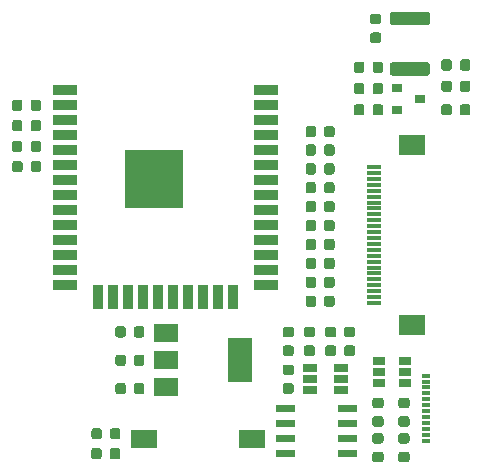
<source format=gbr>
G04 #@! TF.GenerationSoftware,KiCad,Pcbnew,(5.1.5)-3*
G04 #@! TF.CreationDate,2020-02-29T22:05:21+08:00*
G04 #@! TF.ProjectId,smartdisplay,736d6172-7464-4697-9370-6c61792e6b69,rev?*
G04 #@! TF.SameCoordinates,Original*
G04 #@! TF.FileFunction,Paste,Top*
G04 #@! TF.FilePolarity,Positive*
%FSLAX46Y46*%
G04 Gerber Fmt 4.6, Leading zero omitted, Abs format (unit mm)*
G04 Created by KiCad (PCBNEW (5.1.5)-3) date 2020-02-29 22:05:21*
%MOMM*%
%LPD*%
G04 APERTURE LIST*
%ADD10R,0.700000X0.300000*%
%ADD11R,2.200000X1.800000*%
%ADD12R,1.300000X0.300000*%
%ADD13C,0.100000*%
%ADD14R,1.220000X0.650000*%
%ADD15R,1.060000X0.650000*%
%ADD16R,2.000000X0.900000*%
%ADD17R,0.900000X2.000000*%
%ADD18R,5.000000X5.000000*%
%ADD19R,2.000000X1.500000*%
%ADD20R,2.000000X3.800000*%
%ADD21R,0.900000X0.800000*%
%ADD22R,2.180000X1.600000*%
G04 APERTURE END LIST*
D10*
X191030000Y-92400000D03*
X191030000Y-93900000D03*
X191030000Y-93400000D03*
X191030000Y-92900000D03*
X191030000Y-91900000D03*
X191030000Y-94400000D03*
X191030000Y-94900000D03*
X191030000Y-95400000D03*
X191030000Y-95900000D03*
X191030000Y-96400000D03*
X191030000Y-96900000D03*
X191030000Y-97400000D03*
D11*
X189900000Y-72350000D03*
X189900000Y-87650000D03*
D12*
X186650000Y-85750000D03*
X186650000Y-85250000D03*
X186650000Y-84750000D03*
X186650000Y-84250000D03*
X186650000Y-83750000D03*
X186650000Y-83250000D03*
X186650000Y-82750000D03*
X186650000Y-82250000D03*
X186650000Y-81750000D03*
X186650000Y-81250000D03*
X186650000Y-80750000D03*
X186650000Y-80250000D03*
X186650000Y-79750000D03*
X186650000Y-79250000D03*
X186650000Y-78750000D03*
X186650000Y-78250000D03*
X186650000Y-77750000D03*
X186650000Y-77250000D03*
X186650000Y-76750000D03*
X186650000Y-76250000D03*
X186650000Y-75750000D03*
X186650000Y-75250000D03*
X186650000Y-74750000D03*
X186650000Y-74250000D03*
D13*
G36*
X156712691Y-73726053D02*
G01*
X156733926Y-73729203D01*
X156754750Y-73734419D01*
X156774962Y-73741651D01*
X156794368Y-73750830D01*
X156812781Y-73761866D01*
X156830024Y-73774654D01*
X156845930Y-73789070D01*
X156860346Y-73804976D01*
X156873134Y-73822219D01*
X156884170Y-73840632D01*
X156893349Y-73860038D01*
X156900581Y-73880250D01*
X156905797Y-73901074D01*
X156908947Y-73922309D01*
X156910000Y-73943750D01*
X156910000Y-74456250D01*
X156908947Y-74477691D01*
X156905797Y-74498926D01*
X156900581Y-74519750D01*
X156893349Y-74539962D01*
X156884170Y-74559368D01*
X156873134Y-74577781D01*
X156860346Y-74595024D01*
X156845930Y-74610930D01*
X156830024Y-74625346D01*
X156812781Y-74638134D01*
X156794368Y-74649170D01*
X156774962Y-74658349D01*
X156754750Y-74665581D01*
X156733926Y-74670797D01*
X156712691Y-74673947D01*
X156691250Y-74675000D01*
X156253750Y-74675000D01*
X156232309Y-74673947D01*
X156211074Y-74670797D01*
X156190250Y-74665581D01*
X156170038Y-74658349D01*
X156150632Y-74649170D01*
X156132219Y-74638134D01*
X156114976Y-74625346D01*
X156099070Y-74610930D01*
X156084654Y-74595024D01*
X156071866Y-74577781D01*
X156060830Y-74559368D01*
X156051651Y-74539962D01*
X156044419Y-74519750D01*
X156039203Y-74498926D01*
X156036053Y-74477691D01*
X156035000Y-74456250D01*
X156035000Y-73943750D01*
X156036053Y-73922309D01*
X156039203Y-73901074D01*
X156044419Y-73880250D01*
X156051651Y-73860038D01*
X156060830Y-73840632D01*
X156071866Y-73822219D01*
X156084654Y-73804976D01*
X156099070Y-73789070D01*
X156114976Y-73774654D01*
X156132219Y-73761866D01*
X156150632Y-73750830D01*
X156170038Y-73741651D01*
X156190250Y-73734419D01*
X156211074Y-73729203D01*
X156232309Y-73726053D01*
X156253750Y-73725000D01*
X156691250Y-73725000D01*
X156712691Y-73726053D01*
G37*
G36*
X158287691Y-73726053D02*
G01*
X158308926Y-73729203D01*
X158329750Y-73734419D01*
X158349962Y-73741651D01*
X158369368Y-73750830D01*
X158387781Y-73761866D01*
X158405024Y-73774654D01*
X158420930Y-73789070D01*
X158435346Y-73804976D01*
X158448134Y-73822219D01*
X158459170Y-73840632D01*
X158468349Y-73860038D01*
X158475581Y-73880250D01*
X158480797Y-73901074D01*
X158483947Y-73922309D01*
X158485000Y-73943750D01*
X158485000Y-74456250D01*
X158483947Y-74477691D01*
X158480797Y-74498926D01*
X158475581Y-74519750D01*
X158468349Y-74539962D01*
X158459170Y-74559368D01*
X158448134Y-74577781D01*
X158435346Y-74595024D01*
X158420930Y-74610930D01*
X158405024Y-74625346D01*
X158387781Y-74638134D01*
X158369368Y-74649170D01*
X158349962Y-74658349D01*
X158329750Y-74665581D01*
X158308926Y-74670797D01*
X158287691Y-74673947D01*
X158266250Y-74675000D01*
X157828750Y-74675000D01*
X157807309Y-74673947D01*
X157786074Y-74670797D01*
X157765250Y-74665581D01*
X157745038Y-74658349D01*
X157725632Y-74649170D01*
X157707219Y-74638134D01*
X157689976Y-74625346D01*
X157674070Y-74610930D01*
X157659654Y-74595024D01*
X157646866Y-74577781D01*
X157635830Y-74559368D01*
X157626651Y-74539962D01*
X157619419Y-74519750D01*
X157614203Y-74498926D01*
X157611053Y-74477691D01*
X157610000Y-74456250D01*
X157610000Y-73943750D01*
X157611053Y-73922309D01*
X157614203Y-73901074D01*
X157619419Y-73880250D01*
X157626651Y-73860038D01*
X157635830Y-73840632D01*
X157646866Y-73822219D01*
X157659654Y-73804976D01*
X157674070Y-73789070D01*
X157689976Y-73774654D01*
X157707219Y-73761866D01*
X157725632Y-73750830D01*
X157745038Y-73741651D01*
X157765250Y-73734419D01*
X157786074Y-73729203D01*
X157807309Y-73726053D01*
X157828750Y-73725000D01*
X158266250Y-73725000D01*
X158287691Y-73726053D01*
G37*
D14*
X181290000Y-93150000D03*
X181290000Y-92200000D03*
X181290000Y-91250000D03*
X183910000Y-91250000D03*
X183910000Y-92200000D03*
X183910000Y-93150000D03*
D13*
G36*
X179864703Y-98205722D02*
G01*
X179879264Y-98207882D01*
X179893543Y-98211459D01*
X179907403Y-98216418D01*
X179920710Y-98222712D01*
X179933336Y-98230280D01*
X179945159Y-98239048D01*
X179956066Y-98248934D01*
X179965952Y-98259841D01*
X179974720Y-98271664D01*
X179982288Y-98284290D01*
X179988582Y-98297597D01*
X179993541Y-98311457D01*
X179997118Y-98325736D01*
X179999278Y-98340297D01*
X180000000Y-98355000D01*
X180000000Y-98655000D01*
X179999278Y-98669703D01*
X179997118Y-98684264D01*
X179993541Y-98698543D01*
X179988582Y-98712403D01*
X179982288Y-98725710D01*
X179974720Y-98738336D01*
X179965952Y-98750159D01*
X179956066Y-98761066D01*
X179945159Y-98770952D01*
X179933336Y-98779720D01*
X179920710Y-98787288D01*
X179907403Y-98793582D01*
X179893543Y-98798541D01*
X179879264Y-98802118D01*
X179864703Y-98804278D01*
X179850000Y-98805000D01*
X178500000Y-98805000D01*
X178485297Y-98804278D01*
X178470736Y-98802118D01*
X178456457Y-98798541D01*
X178442597Y-98793582D01*
X178429290Y-98787288D01*
X178416664Y-98779720D01*
X178404841Y-98770952D01*
X178393934Y-98761066D01*
X178384048Y-98750159D01*
X178375280Y-98738336D01*
X178367712Y-98725710D01*
X178361418Y-98712403D01*
X178356459Y-98698543D01*
X178352882Y-98684264D01*
X178350722Y-98669703D01*
X178350000Y-98655000D01*
X178350000Y-98355000D01*
X178350722Y-98340297D01*
X178352882Y-98325736D01*
X178356459Y-98311457D01*
X178361418Y-98297597D01*
X178367712Y-98284290D01*
X178375280Y-98271664D01*
X178384048Y-98259841D01*
X178393934Y-98248934D01*
X178404841Y-98239048D01*
X178416664Y-98230280D01*
X178429290Y-98222712D01*
X178442597Y-98216418D01*
X178456457Y-98211459D01*
X178470736Y-98207882D01*
X178485297Y-98205722D01*
X178500000Y-98205000D01*
X179850000Y-98205000D01*
X179864703Y-98205722D01*
G37*
G36*
X179864703Y-96935722D02*
G01*
X179879264Y-96937882D01*
X179893543Y-96941459D01*
X179907403Y-96946418D01*
X179920710Y-96952712D01*
X179933336Y-96960280D01*
X179945159Y-96969048D01*
X179956066Y-96978934D01*
X179965952Y-96989841D01*
X179974720Y-97001664D01*
X179982288Y-97014290D01*
X179988582Y-97027597D01*
X179993541Y-97041457D01*
X179997118Y-97055736D01*
X179999278Y-97070297D01*
X180000000Y-97085000D01*
X180000000Y-97385000D01*
X179999278Y-97399703D01*
X179997118Y-97414264D01*
X179993541Y-97428543D01*
X179988582Y-97442403D01*
X179982288Y-97455710D01*
X179974720Y-97468336D01*
X179965952Y-97480159D01*
X179956066Y-97491066D01*
X179945159Y-97500952D01*
X179933336Y-97509720D01*
X179920710Y-97517288D01*
X179907403Y-97523582D01*
X179893543Y-97528541D01*
X179879264Y-97532118D01*
X179864703Y-97534278D01*
X179850000Y-97535000D01*
X178500000Y-97535000D01*
X178485297Y-97534278D01*
X178470736Y-97532118D01*
X178456457Y-97528541D01*
X178442597Y-97523582D01*
X178429290Y-97517288D01*
X178416664Y-97509720D01*
X178404841Y-97500952D01*
X178393934Y-97491066D01*
X178384048Y-97480159D01*
X178375280Y-97468336D01*
X178367712Y-97455710D01*
X178361418Y-97442403D01*
X178356459Y-97428543D01*
X178352882Y-97414264D01*
X178350722Y-97399703D01*
X178350000Y-97385000D01*
X178350000Y-97085000D01*
X178350722Y-97070297D01*
X178352882Y-97055736D01*
X178356459Y-97041457D01*
X178361418Y-97027597D01*
X178367712Y-97014290D01*
X178375280Y-97001664D01*
X178384048Y-96989841D01*
X178393934Y-96978934D01*
X178404841Y-96969048D01*
X178416664Y-96960280D01*
X178429290Y-96952712D01*
X178442597Y-96946418D01*
X178456457Y-96941459D01*
X178470736Y-96937882D01*
X178485297Y-96935722D01*
X178500000Y-96935000D01*
X179850000Y-96935000D01*
X179864703Y-96935722D01*
G37*
G36*
X179864703Y-95665722D02*
G01*
X179879264Y-95667882D01*
X179893543Y-95671459D01*
X179907403Y-95676418D01*
X179920710Y-95682712D01*
X179933336Y-95690280D01*
X179945159Y-95699048D01*
X179956066Y-95708934D01*
X179965952Y-95719841D01*
X179974720Y-95731664D01*
X179982288Y-95744290D01*
X179988582Y-95757597D01*
X179993541Y-95771457D01*
X179997118Y-95785736D01*
X179999278Y-95800297D01*
X180000000Y-95815000D01*
X180000000Y-96115000D01*
X179999278Y-96129703D01*
X179997118Y-96144264D01*
X179993541Y-96158543D01*
X179988582Y-96172403D01*
X179982288Y-96185710D01*
X179974720Y-96198336D01*
X179965952Y-96210159D01*
X179956066Y-96221066D01*
X179945159Y-96230952D01*
X179933336Y-96239720D01*
X179920710Y-96247288D01*
X179907403Y-96253582D01*
X179893543Y-96258541D01*
X179879264Y-96262118D01*
X179864703Y-96264278D01*
X179850000Y-96265000D01*
X178500000Y-96265000D01*
X178485297Y-96264278D01*
X178470736Y-96262118D01*
X178456457Y-96258541D01*
X178442597Y-96253582D01*
X178429290Y-96247288D01*
X178416664Y-96239720D01*
X178404841Y-96230952D01*
X178393934Y-96221066D01*
X178384048Y-96210159D01*
X178375280Y-96198336D01*
X178367712Y-96185710D01*
X178361418Y-96172403D01*
X178356459Y-96158543D01*
X178352882Y-96144264D01*
X178350722Y-96129703D01*
X178350000Y-96115000D01*
X178350000Y-95815000D01*
X178350722Y-95800297D01*
X178352882Y-95785736D01*
X178356459Y-95771457D01*
X178361418Y-95757597D01*
X178367712Y-95744290D01*
X178375280Y-95731664D01*
X178384048Y-95719841D01*
X178393934Y-95708934D01*
X178404841Y-95699048D01*
X178416664Y-95690280D01*
X178429290Y-95682712D01*
X178442597Y-95676418D01*
X178456457Y-95671459D01*
X178470736Y-95667882D01*
X178485297Y-95665722D01*
X178500000Y-95665000D01*
X179850000Y-95665000D01*
X179864703Y-95665722D01*
G37*
G36*
X179864703Y-94395722D02*
G01*
X179879264Y-94397882D01*
X179893543Y-94401459D01*
X179907403Y-94406418D01*
X179920710Y-94412712D01*
X179933336Y-94420280D01*
X179945159Y-94429048D01*
X179956066Y-94438934D01*
X179965952Y-94449841D01*
X179974720Y-94461664D01*
X179982288Y-94474290D01*
X179988582Y-94487597D01*
X179993541Y-94501457D01*
X179997118Y-94515736D01*
X179999278Y-94530297D01*
X180000000Y-94545000D01*
X180000000Y-94845000D01*
X179999278Y-94859703D01*
X179997118Y-94874264D01*
X179993541Y-94888543D01*
X179988582Y-94902403D01*
X179982288Y-94915710D01*
X179974720Y-94928336D01*
X179965952Y-94940159D01*
X179956066Y-94951066D01*
X179945159Y-94960952D01*
X179933336Y-94969720D01*
X179920710Y-94977288D01*
X179907403Y-94983582D01*
X179893543Y-94988541D01*
X179879264Y-94992118D01*
X179864703Y-94994278D01*
X179850000Y-94995000D01*
X178500000Y-94995000D01*
X178485297Y-94994278D01*
X178470736Y-94992118D01*
X178456457Y-94988541D01*
X178442597Y-94983582D01*
X178429290Y-94977288D01*
X178416664Y-94969720D01*
X178404841Y-94960952D01*
X178393934Y-94951066D01*
X178384048Y-94940159D01*
X178375280Y-94928336D01*
X178367712Y-94915710D01*
X178361418Y-94902403D01*
X178356459Y-94888543D01*
X178352882Y-94874264D01*
X178350722Y-94859703D01*
X178350000Y-94845000D01*
X178350000Y-94545000D01*
X178350722Y-94530297D01*
X178352882Y-94515736D01*
X178356459Y-94501457D01*
X178361418Y-94487597D01*
X178367712Y-94474290D01*
X178375280Y-94461664D01*
X178384048Y-94449841D01*
X178393934Y-94438934D01*
X178404841Y-94429048D01*
X178416664Y-94420280D01*
X178429290Y-94412712D01*
X178442597Y-94406418D01*
X178456457Y-94401459D01*
X178470736Y-94397882D01*
X178485297Y-94395722D01*
X178500000Y-94395000D01*
X179850000Y-94395000D01*
X179864703Y-94395722D01*
G37*
G36*
X185114703Y-94395722D02*
G01*
X185129264Y-94397882D01*
X185143543Y-94401459D01*
X185157403Y-94406418D01*
X185170710Y-94412712D01*
X185183336Y-94420280D01*
X185195159Y-94429048D01*
X185206066Y-94438934D01*
X185215952Y-94449841D01*
X185224720Y-94461664D01*
X185232288Y-94474290D01*
X185238582Y-94487597D01*
X185243541Y-94501457D01*
X185247118Y-94515736D01*
X185249278Y-94530297D01*
X185250000Y-94545000D01*
X185250000Y-94845000D01*
X185249278Y-94859703D01*
X185247118Y-94874264D01*
X185243541Y-94888543D01*
X185238582Y-94902403D01*
X185232288Y-94915710D01*
X185224720Y-94928336D01*
X185215952Y-94940159D01*
X185206066Y-94951066D01*
X185195159Y-94960952D01*
X185183336Y-94969720D01*
X185170710Y-94977288D01*
X185157403Y-94983582D01*
X185143543Y-94988541D01*
X185129264Y-94992118D01*
X185114703Y-94994278D01*
X185100000Y-94995000D01*
X183750000Y-94995000D01*
X183735297Y-94994278D01*
X183720736Y-94992118D01*
X183706457Y-94988541D01*
X183692597Y-94983582D01*
X183679290Y-94977288D01*
X183666664Y-94969720D01*
X183654841Y-94960952D01*
X183643934Y-94951066D01*
X183634048Y-94940159D01*
X183625280Y-94928336D01*
X183617712Y-94915710D01*
X183611418Y-94902403D01*
X183606459Y-94888543D01*
X183602882Y-94874264D01*
X183600722Y-94859703D01*
X183600000Y-94845000D01*
X183600000Y-94545000D01*
X183600722Y-94530297D01*
X183602882Y-94515736D01*
X183606459Y-94501457D01*
X183611418Y-94487597D01*
X183617712Y-94474290D01*
X183625280Y-94461664D01*
X183634048Y-94449841D01*
X183643934Y-94438934D01*
X183654841Y-94429048D01*
X183666664Y-94420280D01*
X183679290Y-94412712D01*
X183692597Y-94406418D01*
X183706457Y-94401459D01*
X183720736Y-94397882D01*
X183735297Y-94395722D01*
X183750000Y-94395000D01*
X185100000Y-94395000D01*
X185114703Y-94395722D01*
G37*
G36*
X185114703Y-95665722D02*
G01*
X185129264Y-95667882D01*
X185143543Y-95671459D01*
X185157403Y-95676418D01*
X185170710Y-95682712D01*
X185183336Y-95690280D01*
X185195159Y-95699048D01*
X185206066Y-95708934D01*
X185215952Y-95719841D01*
X185224720Y-95731664D01*
X185232288Y-95744290D01*
X185238582Y-95757597D01*
X185243541Y-95771457D01*
X185247118Y-95785736D01*
X185249278Y-95800297D01*
X185250000Y-95815000D01*
X185250000Y-96115000D01*
X185249278Y-96129703D01*
X185247118Y-96144264D01*
X185243541Y-96158543D01*
X185238582Y-96172403D01*
X185232288Y-96185710D01*
X185224720Y-96198336D01*
X185215952Y-96210159D01*
X185206066Y-96221066D01*
X185195159Y-96230952D01*
X185183336Y-96239720D01*
X185170710Y-96247288D01*
X185157403Y-96253582D01*
X185143543Y-96258541D01*
X185129264Y-96262118D01*
X185114703Y-96264278D01*
X185100000Y-96265000D01*
X183750000Y-96265000D01*
X183735297Y-96264278D01*
X183720736Y-96262118D01*
X183706457Y-96258541D01*
X183692597Y-96253582D01*
X183679290Y-96247288D01*
X183666664Y-96239720D01*
X183654841Y-96230952D01*
X183643934Y-96221066D01*
X183634048Y-96210159D01*
X183625280Y-96198336D01*
X183617712Y-96185710D01*
X183611418Y-96172403D01*
X183606459Y-96158543D01*
X183602882Y-96144264D01*
X183600722Y-96129703D01*
X183600000Y-96115000D01*
X183600000Y-95815000D01*
X183600722Y-95800297D01*
X183602882Y-95785736D01*
X183606459Y-95771457D01*
X183611418Y-95757597D01*
X183617712Y-95744290D01*
X183625280Y-95731664D01*
X183634048Y-95719841D01*
X183643934Y-95708934D01*
X183654841Y-95699048D01*
X183666664Y-95690280D01*
X183679290Y-95682712D01*
X183692597Y-95676418D01*
X183706457Y-95671459D01*
X183720736Y-95667882D01*
X183735297Y-95665722D01*
X183750000Y-95665000D01*
X185100000Y-95665000D01*
X185114703Y-95665722D01*
G37*
G36*
X185114703Y-96935722D02*
G01*
X185129264Y-96937882D01*
X185143543Y-96941459D01*
X185157403Y-96946418D01*
X185170710Y-96952712D01*
X185183336Y-96960280D01*
X185195159Y-96969048D01*
X185206066Y-96978934D01*
X185215952Y-96989841D01*
X185224720Y-97001664D01*
X185232288Y-97014290D01*
X185238582Y-97027597D01*
X185243541Y-97041457D01*
X185247118Y-97055736D01*
X185249278Y-97070297D01*
X185250000Y-97085000D01*
X185250000Y-97385000D01*
X185249278Y-97399703D01*
X185247118Y-97414264D01*
X185243541Y-97428543D01*
X185238582Y-97442403D01*
X185232288Y-97455710D01*
X185224720Y-97468336D01*
X185215952Y-97480159D01*
X185206066Y-97491066D01*
X185195159Y-97500952D01*
X185183336Y-97509720D01*
X185170710Y-97517288D01*
X185157403Y-97523582D01*
X185143543Y-97528541D01*
X185129264Y-97532118D01*
X185114703Y-97534278D01*
X185100000Y-97535000D01*
X183750000Y-97535000D01*
X183735297Y-97534278D01*
X183720736Y-97532118D01*
X183706457Y-97528541D01*
X183692597Y-97523582D01*
X183679290Y-97517288D01*
X183666664Y-97509720D01*
X183654841Y-97500952D01*
X183643934Y-97491066D01*
X183634048Y-97480159D01*
X183625280Y-97468336D01*
X183617712Y-97455710D01*
X183611418Y-97442403D01*
X183606459Y-97428543D01*
X183602882Y-97414264D01*
X183600722Y-97399703D01*
X183600000Y-97385000D01*
X183600000Y-97085000D01*
X183600722Y-97070297D01*
X183602882Y-97055736D01*
X183606459Y-97041457D01*
X183611418Y-97027597D01*
X183617712Y-97014290D01*
X183625280Y-97001664D01*
X183634048Y-96989841D01*
X183643934Y-96978934D01*
X183654841Y-96969048D01*
X183666664Y-96960280D01*
X183679290Y-96952712D01*
X183692597Y-96946418D01*
X183706457Y-96941459D01*
X183720736Y-96937882D01*
X183735297Y-96935722D01*
X183750000Y-96935000D01*
X185100000Y-96935000D01*
X185114703Y-96935722D01*
G37*
G36*
X185114703Y-98205722D02*
G01*
X185129264Y-98207882D01*
X185143543Y-98211459D01*
X185157403Y-98216418D01*
X185170710Y-98222712D01*
X185183336Y-98230280D01*
X185195159Y-98239048D01*
X185206066Y-98248934D01*
X185215952Y-98259841D01*
X185224720Y-98271664D01*
X185232288Y-98284290D01*
X185238582Y-98297597D01*
X185243541Y-98311457D01*
X185247118Y-98325736D01*
X185249278Y-98340297D01*
X185250000Y-98355000D01*
X185250000Y-98655000D01*
X185249278Y-98669703D01*
X185247118Y-98684264D01*
X185243541Y-98698543D01*
X185238582Y-98712403D01*
X185232288Y-98725710D01*
X185224720Y-98738336D01*
X185215952Y-98750159D01*
X185206066Y-98761066D01*
X185195159Y-98770952D01*
X185183336Y-98779720D01*
X185170710Y-98787288D01*
X185157403Y-98793582D01*
X185143543Y-98798541D01*
X185129264Y-98802118D01*
X185114703Y-98804278D01*
X185100000Y-98805000D01*
X183750000Y-98805000D01*
X183735297Y-98804278D01*
X183720736Y-98802118D01*
X183706457Y-98798541D01*
X183692597Y-98793582D01*
X183679290Y-98787288D01*
X183666664Y-98779720D01*
X183654841Y-98770952D01*
X183643934Y-98761066D01*
X183634048Y-98750159D01*
X183625280Y-98738336D01*
X183617712Y-98725710D01*
X183611418Y-98712403D01*
X183606459Y-98698543D01*
X183602882Y-98684264D01*
X183600722Y-98669703D01*
X183600000Y-98655000D01*
X183600000Y-98355000D01*
X183600722Y-98340297D01*
X183602882Y-98325736D01*
X183606459Y-98311457D01*
X183611418Y-98297597D01*
X183617712Y-98284290D01*
X183625280Y-98271664D01*
X183634048Y-98259841D01*
X183643934Y-98248934D01*
X183654841Y-98239048D01*
X183666664Y-98230280D01*
X183679290Y-98222712D01*
X183692597Y-98216418D01*
X183706457Y-98211459D01*
X183720736Y-98207882D01*
X183735297Y-98205722D01*
X183750000Y-98205000D01*
X185100000Y-98205000D01*
X185114703Y-98205722D01*
G37*
D15*
X189300000Y-91600000D03*
X189300000Y-90650000D03*
X189300000Y-92550000D03*
X187100000Y-92550000D03*
X187100000Y-91600000D03*
X187100000Y-90650000D03*
D16*
X177500000Y-67745000D03*
X177500000Y-69015000D03*
X177500000Y-70285000D03*
X177500000Y-71555000D03*
X177500000Y-72825000D03*
X177500000Y-74095000D03*
X177500000Y-75365000D03*
X177500000Y-76635000D03*
X177500000Y-77905000D03*
X177500000Y-79175000D03*
X177500000Y-80445000D03*
X177500000Y-81715000D03*
X177500000Y-82985000D03*
X177500000Y-84255000D03*
D17*
X174715000Y-85255000D03*
X173445000Y-85255000D03*
X172175000Y-85255000D03*
X170905000Y-85255000D03*
X169635000Y-85255000D03*
X168365000Y-85255000D03*
X167095000Y-85255000D03*
X165825000Y-85255000D03*
X164555000Y-85255000D03*
X163285000Y-85255000D03*
D16*
X160500000Y-84255000D03*
X160500000Y-82985000D03*
X160500000Y-81715000D03*
X160500000Y-80445000D03*
X160500000Y-79175000D03*
X160500000Y-77905000D03*
X160500000Y-76635000D03*
X160500000Y-75365000D03*
X160500000Y-74095000D03*
X160500000Y-72825000D03*
X160500000Y-71555000D03*
X160500000Y-70285000D03*
X160500000Y-69015000D03*
X160500000Y-67745000D03*
D18*
X168000000Y-75245000D03*
D19*
X169050000Y-88300000D03*
X169050000Y-92900000D03*
X169050000Y-90600000D03*
D20*
X175350000Y-90600000D03*
D13*
G36*
X185652691Y-68926053D02*
G01*
X185673926Y-68929203D01*
X185694750Y-68934419D01*
X185714962Y-68941651D01*
X185734368Y-68950830D01*
X185752781Y-68961866D01*
X185770024Y-68974654D01*
X185785930Y-68989070D01*
X185800346Y-69004976D01*
X185813134Y-69022219D01*
X185824170Y-69040632D01*
X185833349Y-69060038D01*
X185840581Y-69080250D01*
X185845797Y-69101074D01*
X185848947Y-69122309D01*
X185850000Y-69143750D01*
X185850000Y-69656250D01*
X185848947Y-69677691D01*
X185845797Y-69698926D01*
X185840581Y-69719750D01*
X185833349Y-69739962D01*
X185824170Y-69759368D01*
X185813134Y-69777781D01*
X185800346Y-69795024D01*
X185785930Y-69810930D01*
X185770024Y-69825346D01*
X185752781Y-69838134D01*
X185734368Y-69849170D01*
X185714962Y-69858349D01*
X185694750Y-69865581D01*
X185673926Y-69870797D01*
X185652691Y-69873947D01*
X185631250Y-69875000D01*
X185193750Y-69875000D01*
X185172309Y-69873947D01*
X185151074Y-69870797D01*
X185130250Y-69865581D01*
X185110038Y-69858349D01*
X185090632Y-69849170D01*
X185072219Y-69838134D01*
X185054976Y-69825346D01*
X185039070Y-69810930D01*
X185024654Y-69795024D01*
X185011866Y-69777781D01*
X185000830Y-69759368D01*
X184991651Y-69739962D01*
X184984419Y-69719750D01*
X184979203Y-69698926D01*
X184976053Y-69677691D01*
X184975000Y-69656250D01*
X184975000Y-69143750D01*
X184976053Y-69122309D01*
X184979203Y-69101074D01*
X184984419Y-69080250D01*
X184991651Y-69060038D01*
X185000830Y-69040632D01*
X185011866Y-69022219D01*
X185024654Y-69004976D01*
X185039070Y-68989070D01*
X185054976Y-68974654D01*
X185072219Y-68961866D01*
X185090632Y-68950830D01*
X185110038Y-68941651D01*
X185130250Y-68934419D01*
X185151074Y-68929203D01*
X185172309Y-68926053D01*
X185193750Y-68925000D01*
X185631250Y-68925000D01*
X185652691Y-68926053D01*
G37*
G36*
X187227691Y-68926053D02*
G01*
X187248926Y-68929203D01*
X187269750Y-68934419D01*
X187289962Y-68941651D01*
X187309368Y-68950830D01*
X187327781Y-68961866D01*
X187345024Y-68974654D01*
X187360930Y-68989070D01*
X187375346Y-69004976D01*
X187388134Y-69022219D01*
X187399170Y-69040632D01*
X187408349Y-69060038D01*
X187415581Y-69080250D01*
X187420797Y-69101074D01*
X187423947Y-69122309D01*
X187425000Y-69143750D01*
X187425000Y-69656250D01*
X187423947Y-69677691D01*
X187420797Y-69698926D01*
X187415581Y-69719750D01*
X187408349Y-69739962D01*
X187399170Y-69759368D01*
X187388134Y-69777781D01*
X187375346Y-69795024D01*
X187360930Y-69810930D01*
X187345024Y-69825346D01*
X187327781Y-69838134D01*
X187309368Y-69849170D01*
X187289962Y-69858349D01*
X187269750Y-69865581D01*
X187248926Y-69870797D01*
X187227691Y-69873947D01*
X187206250Y-69875000D01*
X186768750Y-69875000D01*
X186747309Y-69873947D01*
X186726074Y-69870797D01*
X186705250Y-69865581D01*
X186685038Y-69858349D01*
X186665632Y-69849170D01*
X186647219Y-69838134D01*
X186629976Y-69825346D01*
X186614070Y-69810930D01*
X186599654Y-69795024D01*
X186586866Y-69777781D01*
X186575830Y-69759368D01*
X186566651Y-69739962D01*
X186559419Y-69719750D01*
X186554203Y-69698926D01*
X186551053Y-69677691D01*
X186550000Y-69656250D01*
X186550000Y-69143750D01*
X186551053Y-69122309D01*
X186554203Y-69101074D01*
X186559419Y-69080250D01*
X186566651Y-69060038D01*
X186575830Y-69040632D01*
X186586866Y-69022219D01*
X186599654Y-69004976D01*
X186614070Y-68989070D01*
X186629976Y-68974654D01*
X186647219Y-68961866D01*
X186665632Y-68950830D01*
X186685038Y-68941651D01*
X186705250Y-68934419D01*
X186726074Y-68929203D01*
X186747309Y-68926053D01*
X186768750Y-68925000D01*
X187206250Y-68925000D01*
X187227691Y-68926053D01*
G37*
G36*
X194627691Y-68926053D02*
G01*
X194648926Y-68929203D01*
X194669750Y-68934419D01*
X194689962Y-68941651D01*
X194709368Y-68950830D01*
X194727781Y-68961866D01*
X194745024Y-68974654D01*
X194760930Y-68989070D01*
X194775346Y-69004976D01*
X194788134Y-69022219D01*
X194799170Y-69040632D01*
X194808349Y-69060038D01*
X194815581Y-69080250D01*
X194820797Y-69101074D01*
X194823947Y-69122309D01*
X194825000Y-69143750D01*
X194825000Y-69656250D01*
X194823947Y-69677691D01*
X194820797Y-69698926D01*
X194815581Y-69719750D01*
X194808349Y-69739962D01*
X194799170Y-69759368D01*
X194788134Y-69777781D01*
X194775346Y-69795024D01*
X194760930Y-69810930D01*
X194745024Y-69825346D01*
X194727781Y-69838134D01*
X194709368Y-69849170D01*
X194689962Y-69858349D01*
X194669750Y-69865581D01*
X194648926Y-69870797D01*
X194627691Y-69873947D01*
X194606250Y-69875000D01*
X194168750Y-69875000D01*
X194147309Y-69873947D01*
X194126074Y-69870797D01*
X194105250Y-69865581D01*
X194085038Y-69858349D01*
X194065632Y-69849170D01*
X194047219Y-69838134D01*
X194029976Y-69825346D01*
X194014070Y-69810930D01*
X193999654Y-69795024D01*
X193986866Y-69777781D01*
X193975830Y-69759368D01*
X193966651Y-69739962D01*
X193959419Y-69719750D01*
X193954203Y-69698926D01*
X193951053Y-69677691D01*
X193950000Y-69656250D01*
X193950000Y-69143750D01*
X193951053Y-69122309D01*
X193954203Y-69101074D01*
X193959419Y-69080250D01*
X193966651Y-69060038D01*
X193975830Y-69040632D01*
X193986866Y-69022219D01*
X193999654Y-69004976D01*
X194014070Y-68989070D01*
X194029976Y-68974654D01*
X194047219Y-68961866D01*
X194065632Y-68950830D01*
X194085038Y-68941651D01*
X194105250Y-68934419D01*
X194126074Y-68929203D01*
X194147309Y-68926053D01*
X194168750Y-68925000D01*
X194606250Y-68925000D01*
X194627691Y-68926053D01*
G37*
G36*
X193052691Y-68926053D02*
G01*
X193073926Y-68929203D01*
X193094750Y-68934419D01*
X193114962Y-68941651D01*
X193134368Y-68950830D01*
X193152781Y-68961866D01*
X193170024Y-68974654D01*
X193185930Y-68989070D01*
X193200346Y-69004976D01*
X193213134Y-69022219D01*
X193224170Y-69040632D01*
X193233349Y-69060038D01*
X193240581Y-69080250D01*
X193245797Y-69101074D01*
X193248947Y-69122309D01*
X193250000Y-69143750D01*
X193250000Y-69656250D01*
X193248947Y-69677691D01*
X193245797Y-69698926D01*
X193240581Y-69719750D01*
X193233349Y-69739962D01*
X193224170Y-69759368D01*
X193213134Y-69777781D01*
X193200346Y-69795024D01*
X193185930Y-69810930D01*
X193170024Y-69825346D01*
X193152781Y-69838134D01*
X193134368Y-69849170D01*
X193114962Y-69858349D01*
X193094750Y-69865581D01*
X193073926Y-69870797D01*
X193052691Y-69873947D01*
X193031250Y-69875000D01*
X192593750Y-69875000D01*
X192572309Y-69873947D01*
X192551074Y-69870797D01*
X192530250Y-69865581D01*
X192510038Y-69858349D01*
X192490632Y-69849170D01*
X192472219Y-69838134D01*
X192454976Y-69825346D01*
X192439070Y-69810930D01*
X192424654Y-69795024D01*
X192411866Y-69777781D01*
X192400830Y-69759368D01*
X192391651Y-69739962D01*
X192384419Y-69719750D01*
X192379203Y-69698926D01*
X192376053Y-69677691D01*
X192375000Y-69656250D01*
X192375000Y-69143750D01*
X192376053Y-69122309D01*
X192379203Y-69101074D01*
X192384419Y-69080250D01*
X192391651Y-69060038D01*
X192400830Y-69040632D01*
X192411866Y-69022219D01*
X192424654Y-69004976D01*
X192439070Y-68989070D01*
X192454976Y-68974654D01*
X192472219Y-68961866D01*
X192490632Y-68950830D01*
X192510038Y-68941651D01*
X192530250Y-68934419D01*
X192551074Y-68929203D01*
X192572309Y-68926053D01*
X192593750Y-68925000D01*
X193031250Y-68925000D01*
X193052691Y-68926053D01*
G37*
G36*
X181477691Y-87776053D02*
G01*
X181498926Y-87779203D01*
X181519750Y-87784419D01*
X181539962Y-87791651D01*
X181559368Y-87800830D01*
X181577781Y-87811866D01*
X181595024Y-87824654D01*
X181610930Y-87839070D01*
X181625346Y-87854976D01*
X181638134Y-87872219D01*
X181649170Y-87890632D01*
X181658349Y-87910038D01*
X181665581Y-87930250D01*
X181670797Y-87951074D01*
X181673947Y-87972309D01*
X181675000Y-87993750D01*
X181675000Y-88431250D01*
X181673947Y-88452691D01*
X181670797Y-88473926D01*
X181665581Y-88494750D01*
X181658349Y-88514962D01*
X181649170Y-88534368D01*
X181638134Y-88552781D01*
X181625346Y-88570024D01*
X181610930Y-88585930D01*
X181595024Y-88600346D01*
X181577781Y-88613134D01*
X181559368Y-88624170D01*
X181539962Y-88633349D01*
X181519750Y-88640581D01*
X181498926Y-88645797D01*
X181477691Y-88648947D01*
X181456250Y-88650000D01*
X180943750Y-88650000D01*
X180922309Y-88648947D01*
X180901074Y-88645797D01*
X180880250Y-88640581D01*
X180860038Y-88633349D01*
X180840632Y-88624170D01*
X180822219Y-88613134D01*
X180804976Y-88600346D01*
X180789070Y-88585930D01*
X180774654Y-88570024D01*
X180761866Y-88552781D01*
X180750830Y-88534368D01*
X180741651Y-88514962D01*
X180734419Y-88494750D01*
X180729203Y-88473926D01*
X180726053Y-88452691D01*
X180725000Y-88431250D01*
X180725000Y-87993750D01*
X180726053Y-87972309D01*
X180729203Y-87951074D01*
X180734419Y-87930250D01*
X180741651Y-87910038D01*
X180750830Y-87890632D01*
X180761866Y-87872219D01*
X180774654Y-87854976D01*
X180789070Y-87839070D01*
X180804976Y-87824654D01*
X180822219Y-87811866D01*
X180840632Y-87800830D01*
X180860038Y-87791651D01*
X180880250Y-87784419D01*
X180901074Y-87779203D01*
X180922309Y-87776053D01*
X180943750Y-87775000D01*
X181456250Y-87775000D01*
X181477691Y-87776053D01*
G37*
G36*
X181477691Y-89351053D02*
G01*
X181498926Y-89354203D01*
X181519750Y-89359419D01*
X181539962Y-89366651D01*
X181559368Y-89375830D01*
X181577781Y-89386866D01*
X181595024Y-89399654D01*
X181610930Y-89414070D01*
X181625346Y-89429976D01*
X181638134Y-89447219D01*
X181649170Y-89465632D01*
X181658349Y-89485038D01*
X181665581Y-89505250D01*
X181670797Y-89526074D01*
X181673947Y-89547309D01*
X181675000Y-89568750D01*
X181675000Y-90006250D01*
X181673947Y-90027691D01*
X181670797Y-90048926D01*
X181665581Y-90069750D01*
X181658349Y-90089962D01*
X181649170Y-90109368D01*
X181638134Y-90127781D01*
X181625346Y-90145024D01*
X181610930Y-90160930D01*
X181595024Y-90175346D01*
X181577781Y-90188134D01*
X181559368Y-90199170D01*
X181539962Y-90208349D01*
X181519750Y-90215581D01*
X181498926Y-90220797D01*
X181477691Y-90223947D01*
X181456250Y-90225000D01*
X180943750Y-90225000D01*
X180922309Y-90223947D01*
X180901074Y-90220797D01*
X180880250Y-90215581D01*
X180860038Y-90208349D01*
X180840632Y-90199170D01*
X180822219Y-90188134D01*
X180804976Y-90175346D01*
X180789070Y-90160930D01*
X180774654Y-90145024D01*
X180761866Y-90127781D01*
X180750830Y-90109368D01*
X180741651Y-90089962D01*
X180734419Y-90069750D01*
X180729203Y-90048926D01*
X180726053Y-90027691D01*
X180725000Y-90006250D01*
X180725000Y-89568750D01*
X180726053Y-89547309D01*
X180729203Y-89526074D01*
X180734419Y-89505250D01*
X180741651Y-89485038D01*
X180750830Y-89465632D01*
X180761866Y-89447219D01*
X180774654Y-89429976D01*
X180789070Y-89414070D01*
X180804976Y-89399654D01*
X180822219Y-89386866D01*
X180840632Y-89375830D01*
X180860038Y-89366651D01*
X180880250Y-89359419D01*
X180901074Y-89354203D01*
X180922309Y-89351053D01*
X180943750Y-89350000D01*
X181456250Y-89350000D01*
X181477691Y-89351053D01*
G37*
G36*
X187277691Y-98351053D02*
G01*
X187298926Y-98354203D01*
X187319750Y-98359419D01*
X187339962Y-98366651D01*
X187359368Y-98375830D01*
X187377781Y-98386866D01*
X187395024Y-98399654D01*
X187410930Y-98414070D01*
X187425346Y-98429976D01*
X187438134Y-98447219D01*
X187449170Y-98465632D01*
X187458349Y-98485038D01*
X187465581Y-98505250D01*
X187470797Y-98526074D01*
X187473947Y-98547309D01*
X187475000Y-98568750D01*
X187475000Y-99006250D01*
X187473947Y-99027691D01*
X187470797Y-99048926D01*
X187465581Y-99069750D01*
X187458349Y-99089962D01*
X187449170Y-99109368D01*
X187438134Y-99127781D01*
X187425346Y-99145024D01*
X187410930Y-99160930D01*
X187395024Y-99175346D01*
X187377781Y-99188134D01*
X187359368Y-99199170D01*
X187339962Y-99208349D01*
X187319750Y-99215581D01*
X187298926Y-99220797D01*
X187277691Y-99223947D01*
X187256250Y-99225000D01*
X186743750Y-99225000D01*
X186722309Y-99223947D01*
X186701074Y-99220797D01*
X186680250Y-99215581D01*
X186660038Y-99208349D01*
X186640632Y-99199170D01*
X186622219Y-99188134D01*
X186604976Y-99175346D01*
X186589070Y-99160930D01*
X186574654Y-99145024D01*
X186561866Y-99127781D01*
X186550830Y-99109368D01*
X186541651Y-99089962D01*
X186534419Y-99069750D01*
X186529203Y-99048926D01*
X186526053Y-99027691D01*
X186525000Y-99006250D01*
X186525000Y-98568750D01*
X186526053Y-98547309D01*
X186529203Y-98526074D01*
X186534419Y-98505250D01*
X186541651Y-98485038D01*
X186550830Y-98465632D01*
X186561866Y-98447219D01*
X186574654Y-98429976D01*
X186589070Y-98414070D01*
X186604976Y-98399654D01*
X186622219Y-98386866D01*
X186640632Y-98375830D01*
X186660038Y-98366651D01*
X186680250Y-98359419D01*
X186701074Y-98354203D01*
X186722309Y-98351053D01*
X186743750Y-98350000D01*
X187256250Y-98350000D01*
X187277691Y-98351053D01*
G37*
G36*
X187277691Y-96776053D02*
G01*
X187298926Y-96779203D01*
X187319750Y-96784419D01*
X187339962Y-96791651D01*
X187359368Y-96800830D01*
X187377781Y-96811866D01*
X187395024Y-96824654D01*
X187410930Y-96839070D01*
X187425346Y-96854976D01*
X187438134Y-96872219D01*
X187449170Y-96890632D01*
X187458349Y-96910038D01*
X187465581Y-96930250D01*
X187470797Y-96951074D01*
X187473947Y-96972309D01*
X187475000Y-96993750D01*
X187475000Y-97431250D01*
X187473947Y-97452691D01*
X187470797Y-97473926D01*
X187465581Y-97494750D01*
X187458349Y-97514962D01*
X187449170Y-97534368D01*
X187438134Y-97552781D01*
X187425346Y-97570024D01*
X187410930Y-97585930D01*
X187395024Y-97600346D01*
X187377781Y-97613134D01*
X187359368Y-97624170D01*
X187339962Y-97633349D01*
X187319750Y-97640581D01*
X187298926Y-97645797D01*
X187277691Y-97648947D01*
X187256250Y-97650000D01*
X186743750Y-97650000D01*
X186722309Y-97648947D01*
X186701074Y-97645797D01*
X186680250Y-97640581D01*
X186660038Y-97633349D01*
X186640632Y-97624170D01*
X186622219Y-97613134D01*
X186604976Y-97600346D01*
X186589070Y-97585930D01*
X186574654Y-97570024D01*
X186561866Y-97552781D01*
X186550830Y-97534368D01*
X186541651Y-97514962D01*
X186534419Y-97494750D01*
X186529203Y-97473926D01*
X186526053Y-97452691D01*
X186525000Y-97431250D01*
X186525000Y-96993750D01*
X186526053Y-96972309D01*
X186529203Y-96951074D01*
X186534419Y-96930250D01*
X186541651Y-96910038D01*
X186550830Y-96890632D01*
X186561866Y-96872219D01*
X186574654Y-96854976D01*
X186589070Y-96839070D01*
X186604976Y-96824654D01*
X186622219Y-96811866D01*
X186640632Y-96800830D01*
X186660038Y-96791651D01*
X186680250Y-96784419D01*
X186701074Y-96779203D01*
X186722309Y-96776053D01*
X186743750Y-96775000D01*
X187256250Y-96775000D01*
X187277691Y-96776053D01*
G37*
G36*
X187277691Y-93776053D02*
G01*
X187298926Y-93779203D01*
X187319750Y-93784419D01*
X187339962Y-93791651D01*
X187359368Y-93800830D01*
X187377781Y-93811866D01*
X187395024Y-93824654D01*
X187410930Y-93839070D01*
X187425346Y-93854976D01*
X187438134Y-93872219D01*
X187449170Y-93890632D01*
X187458349Y-93910038D01*
X187465581Y-93930250D01*
X187470797Y-93951074D01*
X187473947Y-93972309D01*
X187475000Y-93993750D01*
X187475000Y-94431250D01*
X187473947Y-94452691D01*
X187470797Y-94473926D01*
X187465581Y-94494750D01*
X187458349Y-94514962D01*
X187449170Y-94534368D01*
X187438134Y-94552781D01*
X187425346Y-94570024D01*
X187410930Y-94585930D01*
X187395024Y-94600346D01*
X187377781Y-94613134D01*
X187359368Y-94624170D01*
X187339962Y-94633349D01*
X187319750Y-94640581D01*
X187298926Y-94645797D01*
X187277691Y-94648947D01*
X187256250Y-94650000D01*
X186743750Y-94650000D01*
X186722309Y-94648947D01*
X186701074Y-94645797D01*
X186680250Y-94640581D01*
X186660038Y-94633349D01*
X186640632Y-94624170D01*
X186622219Y-94613134D01*
X186604976Y-94600346D01*
X186589070Y-94585930D01*
X186574654Y-94570024D01*
X186561866Y-94552781D01*
X186550830Y-94534368D01*
X186541651Y-94514962D01*
X186534419Y-94494750D01*
X186529203Y-94473926D01*
X186526053Y-94452691D01*
X186525000Y-94431250D01*
X186525000Y-93993750D01*
X186526053Y-93972309D01*
X186529203Y-93951074D01*
X186534419Y-93930250D01*
X186541651Y-93910038D01*
X186550830Y-93890632D01*
X186561866Y-93872219D01*
X186574654Y-93854976D01*
X186589070Y-93839070D01*
X186604976Y-93824654D01*
X186622219Y-93811866D01*
X186640632Y-93800830D01*
X186660038Y-93791651D01*
X186680250Y-93784419D01*
X186701074Y-93779203D01*
X186722309Y-93776053D01*
X186743750Y-93775000D01*
X187256250Y-93775000D01*
X187277691Y-93776053D01*
G37*
G36*
X187277691Y-95351053D02*
G01*
X187298926Y-95354203D01*
X187319750Y-95359419D01*
X187339962Y-95366651D01*
X187359368Y-95375830D01*
X187377781Y-95386866D01*
X187395024Y-95399654D01*
X187410930Y-95414070D01*
X187425346Y-95429976D01*
X187438134Y-95447219D01*
X187449170Y-95465632D01*
X187458349Y-95485038D01*
X187465581Y-95505250D01*
X187470797Y-95526074D01*
X187473947Y-95547309D01*
X187475000Y-95568750D01*
X187475000Y-96006250D01*
X187473947Y-96027691D01*
X187470797Y-96048926D01*
X187465581Y-96069750D01*
X187458349Y-96089962D01*
X187449170Y-96109368D01*
X187438134Y-96127781D01*
X187425346Y-96145024D01*
X187410930Y-96160930D01*
X187395024Y-96175346D01*
X187377781Y-96188134D01*
X187359368Y-96199170D01*
X187339962Y-96208349D01*
X187319750Y-96215581D01*
X187298926Y-96220797D01*
X187277691Y-96223947D01*
X187256250Y-96225000D01*
X186743750Y-96225000D01*
X186722309Y-96223947D01*
X186701074Y-96220797D01*
X186680250Y-96215581D01*
X186660038Y-96208349D01*
X186640632Y-96199170D01*
X186622219Y-96188134D01*
X186604976Y-96175346D01*
X186589070Y-96160930D01*
X186574654Y-96145024D01*
X186561866Y-96127781D01*
X186550830Y-96109368D01*
X186541651Y-96089962D01*
X186534419Y-96069750D01*
X186529203Y-96048926D01*
X186526053Y-96027691D01*
X186525000Y-96006250D01*
X186525000Y-95568750D01*
X186526053Y-95547309D01*
X186529203Y-95526074D01*
X186534419Y-95505250D01*
X186541651Y-95485038D01*
X186550830Y-95465632D01*
X186561866Y-95447219D01*
X186574654Y-95429976D01*
X186589070Y-95414070D01*
X186604976Y-95399654D01*
X186622219Y-95386866D01*
X186640632Y-95375830D01*
X186660038Y-95366651D01*
X186680250Y-95359419D01*
X186701074Y-95354203D01*
X186722309Y-95351053D01*
X186743750Y-95350000D01*
X187256250Y-95350000D01*
X187277691Y-95351053D01*
G37*
G36*
X184877691Y-87776053D02*
G01*
X184898926Y-87779203D01*
X184919750Y-87784419D01*
X184939962Y-87791651D01*
X184959368Y-87800830D01*
X184977781Y-87811866D01*
X184995024Y-87824654D01*
X185010930Y-87839070D01*
X185025346Y-87854976D01*
X185038134Y-87872219D01*
X185049170Y-87890632D01*
X185058349Y-87910038D01*
X185065581Y-87930250D01*
X185070797Y-87951074D01*
X185073947Y-87972309D01*
X185075000Y-87993750D01*
X185075000Y-88431250D01*
X185073947Y-88452691D01*
X185070797Y-88473926D01*
X185065581Y-88494750D01*
X185058349Y-88514962D01*
X185049170Y-88534368D01*
X185038134Y-88552781D01*
X185025346Y-88570024D01*
X185010930Y-88585930D01*
X184995024Y-88600346D01*
X184977781Y-88613134D01*
X184959368Y-88624170D01*
X184939962Y-88633349D01*
X184919750Y-88640581D01*
X184898926Y-88645797D01*
X184877691Y-88648947D01*
X184856250Y-88650000D01*
X184343750Y-88650000D01*
X184322309Y-88648947D01*
X184301074Y-88645797D01*
X184280250Y-88640581D01*
X184260038Y-88633349D01*
X184240632Y-88624170D01*
X184222219Y-88613134D01*
X184204976Y-88600346D01*
X184189070Y-88585930D01*
X184174654Y-88570024D01*
X184161866Y-88552781D01*
X184150830Y-88534368D01*
X184141651Y-88514962D01*
X184134419Y-88494750D01*
X184129203Y-88473926D01*
X184126053Y-88452691D01*
X184125000Y-88431250D01*
X184125000Y-87993750D01*
X184126053Y-87972309D01*
X184129203Y-87951074D01*
X184134419Y-87930250D01*
X184141651Y-87910038D01*
X184150830Y-87890632D01*
X184161866Y-87872219D01*
X184174654Y-87854976D01*
X184189070Y-87839070D01*
X184204976Y-87824654D01*
X184222219Y-87811866D01*
X184240632Y-87800830D01*
X184260038Y-87791651D01*
X184280250Y-87784419D01*
X184301074Y-87779203D01*
X184322309Y-87776053D01*
X184343750Y-87775000D01*
X184856250Y-87775000D01*
X184877691Y-87776053D01*
G37*
G36*
X184877691Y-89351053D02*
G01*
X184898926Y-89354203D01*
X184919750Y-89359419D01*
X184939962Y-89366651D01*
X184959368Y-89375830D01*
X184977781Y-89386866D01*
X184995024Y-89399654D01*
X185010930Y-89414070D01*
X185025346Y-89429976D01*
X185038134Y-89447219D01*
X185049170Y-89465632D01*
X185058349Y-89485038D01*
X185065581Y-89505250D01*
X185070797Y-89526074D01*
X185073947Y-89547309D01*
X185075000Y-89568750D01*
X185075000Y-90006250D01*
X185073947Y-90027691D01*
X185070797Y-90048926D01*
X185065581Y-90069750D01*
X185058349Y-90089962D01*
X185049170Y-90109368D01*
X185038134Y-90127781D01*
X185025346Y-90145024D01*
X185010930Y-90160930D01*
X184995024Y-90175346D01*
X184977781Y-90188134D01*
X184959368Y-90199170D01*
X184939962Y-90208349D01*
X184919750Y-90215581D01*
X184898926Y-90220797D01*
X184877691Y-90223947D01*
X184856250Y-90225000D01*
X184343750Y-90225000D01*
X184322309Y-90223947D01*
X184301074Y-90220797D01*
X184280250Y-90215581D01*
X184260038Y-90208349D01*
X184240632Y-90199170D01*
X184222219Y-90188134D01*
X184204976Y-90175346D01*
X184189070Y-90160930D01*
X184174654Y-90145024D01*
X184161866Y-90127781D01*
X184150830Y-90109368D01*
X184141651Y-90089962D01*
X184134419Y-90069750D01*
X184129203Y-90048926D01*
X184126053Y-90027691D01*
X184125000Y-90006250D01*
X184125000Y-89568750D01*
X184126053Y-89547309D01*
X184129203Y-89526074D01*
X184134419Y-89505250D01*
X184141651Y-89485038D01*
X184150830Y-89465632D01*
X184161866Y-89447219D01*
X184174654Y-89429976D01*
X184189070Y-89414070D01*
X184204976Y-89399654D01*
X184222219Y-89386866D01*
X184240632Y-89375830D01*
X184260038Y-89366651D01*
X184280250Y-89359419D01*
X184301074Y-89354203D01*
X184322309Y-89351053D01*
X184343750Y-89350000D01*
X184856250Y-89350000D01*
X184877691Y-89351053D01*
G37*
G36*
X179677691Y-90976053D02*
G01*
X179698926Y-90979203D01*
X179719750Y-90984419D01*
X179739962Y-90991651D01*
X179759368Y-91000830D01*
X179777781Y-91011866D01*
X179795024Y-91024654D01*
X179810930Y-91039070D01*
X179825346Y-91054976D01*
X179838134Y-91072219D01*
X179849170Y-91090632D01*
X179858349Y-91110038D01*
X179865581Y-91130250D01*
X179870797Y-91151074D01*
X179873947Y-91172309D01*
X179875000Y-91193750D01*
X179875000Y-91631250D01*
X179873947Y-91652691D01*
X179870797Y-91673926D01*
X179865581Y-91694750D01*
X179858349Y-91714962D01*
X179849170Y-91734368D01*
X179838134Y-91752781D01*
X179825346Y-91770024D01*
X179810930Y-91785930D01*
X179795024Y-91800346D01*
X179777781Y-91813134D01*
X179759368Y-91824170D01*
X179739962Y-91833349D01*
X179719750Y-91840581D01*
X179698926Y-91845797D01*
X179677691Y-91848947D01*
X179656250Y-91850000D01*
X179143750Y-91850000D01*
X179122309Y-91848947D01*
X179101074Y-91845797D01*
X179080250Y-91840581D01*
X179060038Y-91833349D01*
X179040632Y-91824170D01*
X179022219Y-91813134D01*
X179004976Y-91800346D01*
X178989070Y-91785930D01*
X178974654Y-91770024D01*
X178961866Y-91752781D01*
X178950830Y-91734368D01*
X178941651Y-91714962D01*
X178934419Y-91694750D01*
X178929203Y-91673926D01*
X178926053Y-91652691D01*
X178925000Y-91631250D01*
X178925000Y-91193750D01*
X178926053Y-91172309D01*
X178929203Y-91151074D01*
X178934419Y-91130250D01*
X178941651Y-91110038D01*
X178950830Y-91090632D01*
X178961866Y-91072219D01*
X178974654Y-91054976D01*
X178989070Y-91039070D01*
X179004976Y-91024654D01*
X179022219Y-91011866D01*
X179040632Y-91000830D01*
X179060038Y-90991651D01*
X179080250Y-90984419D01*
X179101074Y-90979203D01*
X179122309Y-90976053D01*
X179143750Y-90975000D01*
X179656250Y-90975000D01*
X179677691Y-90976053D01*
G37*
G36*
X179677691Y-92551053D02*
G01*
X179698926Y-92554203D01*
X179719750Y-92559419D01*
X179739962Y-92566651D01*
X179759368Y-92575830D01*
X179777781Y-92586866D01*
X179795024Y-92599654D01*
X179810930Y-92614070D01*
X179825346Y-92629976D01*
X179838134Y-92647219D01*
X179849170Y-92665632D01*
X179858349Y-92685038D01*
X179865581Y-92705250D01*
X179870797Y-92726074D01*
X179873947Y-92747309D01*
X179875000Y-92768750D01*
X179875000Y-93206250D01*
X179873947Y-93227691D01*
X179870797Y-93248926D01*
X179865581Y-93269750D01*
X179858349Y-93289962D01*
X179849170Y-93309368D01*
X179838134Y-93327781D01*
X179825346Y-93345024D01*
X179810930Y-93360930D01*
X179795024Y-93375346D01*
X179777781Y-93388134D01*
X179759368Y-93399170D01*
X179739962Y-93408349D01*
X179719750Y-93415581D01*
X179698926Y-93420797D01*
X179677691Y-93423947D01*
X179656250Y-93425000D01*
X179143750Y-93425000D01*
X179122309Y-93423947D01*
X179101074Y-93420797D01*
X179080250Y-93415581D01*
X179060038Y-93408349D01*
X179040632Y-93399170D01*
X179022219Y-93388134D01*
X179004976Y-93375346D01*
X178989070Y-93360930D01*
X178974654Y-93345024D01*
X178961866Y-93327781D01*
X178950830Y-93309368D01*
X178941651Y-93289962D01*
X178934419Y-93269750D01*
X178929203Y-93248926D01*
X178926053Y-93227691D01*
X178925000Y-93206250D01*
X178925000Y-92768750D01*
X178926053Y-92747309D01*
X178929203Y-92726074D01*
X178934419Y-92705250D01*
X178941651Y-92685038D01*
X178950830Y-92665632D01*
X178961866Y-92647219D01*
X178974654Y-92629976D01*
X178989070Y-92614070D01*
X179004976Y-92599654D01*
X179022219Y-92586866D01*
X179040632Y-92575830D01*
X179060038Y-92566651D01*
X179080250Y-92559419D01*
X179101074Y-92554203D01*
X179122309Y-92551053D01*
X179143750Y-92550000D01*
X179656250Y-92550000D01*
X179677691Y-92551053D01*
G37*
G36*
X156702691Y-72026053D02*
G01*
X156723926Y-72029203D01*
X156744750Y-72034419D01*
X156764962Y-72041651D01*
X156784368Y-72050830D01*
X156802781Y-72061866D01*
X156820024Y-72074654D01*
X156835930Y-72089070D01*
X156850346Y-72104976D01*
X156863134Y-72122219D01*
X156874170Y-72140632D01*
X156883349Y-72160038D01*
X156890581Y-72180250D01*
X156895797Y-72201074D01*
X156898947Y-72222309D01*
X156900000Y-72243750D01*
X156900000Y-72756250D01*
X156898947Y-72777691D01*
X156895797Y-72798926D01*
X156890581Y-72819750D01*
X156883349Y-72839962D01*
X156874170Y-72859368D01*
X156863134Y-72877781D01*
X156850346Y-72895024D01*
X156835930Y-72910930D01*
X156820024Y-72925346D01*
X156802781Y-72938134D01*
X156784368Y-72949170D01*
X156764962Y-72958349D01*
X156744750Y-72965581D01*
X156723926Y-72970797D01*
X156702691Y-72973947D01*
X156681250Y-72975000D01*
X156243750Y-72975000D01*
X156222309Y-72973947D01*
X156201074Y-72970797D01*
X156180250Y-72965581D01*
X156160038Y-72958349D01*
X156140632Y-72949170D01*
X156122219Y-72938134D01*
X156104976Y-72925346D01*
X156089070Y-72910930D01*
X156074654Y-72895024D01*
X156061866Y-72877781D01*
X156050830Y-72859368D01*
X156041651Y-72839962D01*
X156034419Y-72819750D01*
X156029203Y-72798926D01*
X156026053Y-72777691D01*
X156025000Y-72756250D01*
X156025000Y-72243750D01*
X156026053Y-72222309D01*
X156029203Y-72201074D01*
X156034419Y-72180250D01*
X156041651Y-72160038D01*
X156050830Y-72140632D01*
X156061866Y-72122219D01*
X156074654Y-72104976D01*
X156089070Y-72089070D01*
X156104976Y-72074654D01*
X156122219Y-72061866D01*
X156140632Y-72050830D01*
X156160038Y-72041651D01*
X156180250Y-72034419D01*
X156201074Y-72029203D01*
X156222309Y-72026053D01*
X156243750Y-72025000D01*
X156681250Y-72025000D01*
X156702691Y-72026053D01*
G37*
G36*
X158277691Y-72026053D02*
G01*
X158298926Y-72029203D01*
X158319750Y-72034419D01*
X158339962Y-72041651D01*
X158359368Y-72050830D01*
X158377781Y-72061866D01*
X158395024Y-72074654D01*
X158410930Y-72089070D01*
X158425346Y-72104976D01*
X158438134Y-72122219D01*
X158449170Y-72140632D01*
X158458349Y-72160038D01*
X158465581Y-72180250D01*
X158470797Y-72201074D01*
X158473947Y-72222309D01*
X158475000Y-72243750D01*
X158475000Y-72756250D01*
X158473947Y-72777691D01*
X158470797Y-72798926D01*
X158465581Y-72819750D01*
X158458349Y-72839962D01*
X158449170Y-72859368D01*
X158438134Y-72877781D01*
X158425346Y-72895024D01*
X158410930Y-72910930D01*
X158395024Y-72925346D01*
X158377781Y-72938134D01*
X158359368Y-72949170D01*
X158339962Y-72958349D01*
X158319750Y-72965581D01*
X158298926Y-72970797D01*
X158277691Y-72973947D01*
X158256250Y-72975000D01*
X157818750Y-72975000D01*
X157797309Y-72973947D01*
X157776074Y-72970797D01*
X157755250Y-72965581D01*
X157735038Y-72958349D01*
X157715632Y-72949170D01*
X157697219Y-72938134D01*
X157679976Y-72925346D01*
X157664070Y-72910930D01*
X157649654Y-72895024D01*
X157636866Y-72877781D01*
X157625830Y-72859368D01*
X157616651Y-72839962D01*
X157609419Y-72819750D01*
X157604203Y-72798926D01*
X157601053Y-72777691D01*
X157600000Y-72756250D01*
X157600000Y-72243750D01*
X157601053Y-72222309D01*
X157604203Y-72201074D01*
X157609419Y-72180250D01*
X157616651Y-72160038D01*
X157625830Y-72140632D01*
X157636866Y-72122219D01*
X157649654Y-72104976D01*
X157664070Y-72089070D01*
X157679976Y-72074654D01*
X157697219Y-72061866D01*
X157715632Y-72050830D01*
X157735038Y-72041651D01*
X157755250Y-72034419D01*
X157776074Y-72029203D01*
X157797309Y-72026053D01*
X157818750Y-72025000D01*
X158256250Y-72025000D01*
X158277691Y-72026053D01*
G37*
G36*
X163402691Y-98036053D02*
G01*
X163423926Y-98039203D01*
X163444750Y-98044419D01*
X163464962Y-98051651D01*
X163484368Y-98060830D01*
X163502781Y-98071866D01*
X163520024Y-98084654D01*
X163535930Y-98099070D01*
X163550346Y-98114976D01*
X163563134Y-98132219D01*
X163574170Y-98150632D01*
X163583349Y-98170038D01*
X163590581Y-98190250D01*
X163595797Y-98211074D01*
X163598947Y-98232309D01*
X163600000Y-98253750D01*
X163600000Y-98766250D01*
X163598947Y-98787691D01*
X163595797Y-98808926D01*
X163590581Y-98829750D01*
X163583349Y-98849962D01*
X163574170Y-98869368D01*
X163563134Y-98887781D01*
X163550346Y-98905024D01*
X163535930Y-98920930D01*
X163520024Y-98935346D01*
X163502781Y-98948134D01*
X163484368Y-98959170D01*
X163464962Y-98968349D01*
X163444750Y-98975581D01*
X163423926Y-98980797D01*
X163402691Y-98983947D01*
X163381250Y-98985000D01*
X162943750Y-98985000D01*
X162922309Y-98983947D01*
X162901074Y-98980797D01*
X162880250Y-98975581D01*
X162860038Y-98968349D01*
X162840632Y-98959170D01*
X162822219Y-98948134D01*
X162804976Y-98935346D01*
X162789070Y-98920930D01*
X162774654Y-98905024D01*
X162761866Y-98887781D01*
X162750830Y-98869368D01*
X162741651Y-98849962D01*
X162734419Y-98829750D01*
X162729203Y-98808926D01*
X162726053Y-98787691D01*
X162725000Y-98766250D01*
X162725000Y-98253750D01*
X162726053Y-98232309D01*
X162729203Y-98211074D01*
X162734419Y-98190250D01*
X162741651Y-98170038D01*
X162750830Y-98150632D01*
X162761866Y-98132219D01*
X162774654Y-98114976D01*
X162789070Y-98099070D01*
X162804976Y-98084654D01*
X162822219Y-98071866D01*
X162840632Y-98060830D01*
X162860038Y-98051651D01*
X162880250Y-98044419D01*
X162901074Y-98039203D01*
X162922309Y-98036053D01*
X162943750Y-98035000D01*
X163381250Y-98035000D01*
X163402691Y-98036053D01*
G37*
G36*
X164977691Y-98036053D02*
G01*
X164998926Y-98039203D01*
X165019750Y-98044419D01*
X165039962Y-98051651D01*
X165059368Y-98060830D01*
X165077781Y-98071866D01*
X165095024Y-98084654D01*
X165110930Y-98099070D01*
X165125346Y-98114976D01*
X165138134Y-98132219D01*
X165149170Y-98150632D01*
X165158349Y-98170038D01*
X165165581Y-98190250D01*
X165170797Y-98211074D01*
X165173947Y-98232309D01*
X165175000Y-98253750D01*
X165175000Y-98766250D01*
X165173947Y-98787691D01*
X165170797Y-98808926D01*
X165165581Y-98829750D01*
X165158349Y-98849962D01*
X165149170Y-98869368D01*
X165138134Y-98887781D01*
X165125346Y-98905024D01*
X165110930Y-98920930D01*
X165095024Y-98935346D01*
X165077781Y-98948134D01*
X165059368Y-98959170D01*
X165039962Y-98968349D01*
X165019750Y-98975581D01*
X164998926Y-98980797D01*
X164977691Y-98983947D01*
X164956250Y-98985000D01*
X164518750Y-98985000D01*
X164497309Y-98983947D01*
X164476074Y-98980797D01*
X164455250Y-98975581D01*
X164435038Y-98968349D01*
X164415632Y-98959170D01*
X164397219Y-98948134D01*
X164379976Y-98935346D01*
X164364070Y-98920930D01*
X164349654Y-98905024D01*
X164336866Y-98887781D01*
X164325830Y-98869368D01*
X164316651Y-98849962D01*
X164309419Y-98829750D01*
X164304203Y-98808926D01*
X164301053Y-98787691D01*
X164300000Y-98766250D01*
X164300000Y-98253750D01*
X164301053Y-98232309D01*
X164304203Y-98211074D01*
X164309419Y-98190250D01*
X164316651Y-98170038D01*
X164325830Y-98150632D01*
X164336866Y-98132219D01*
X164349654Y-98114976D01*
X164364070Y-98099070D01*
X164379976Y-98084654D01*
X164397219Y-98071866D01*
X164415632Y-98060830D01*
X164435038Y-98051651D01*
X164455250Y-98044419D01*
X164476074Y-98039203D01*
X164497309Y-98036053D01*
X164518750Y-98035000D01*
X164956250Y-98035000D01*
X164977691Y-98036053D01*
G37*
G36*
X164997691Y-96356053D02*
G01*
X165018926Y-96359203D01*
X165039750Y-96364419D01*
X165059962Y-96371651D01*
X165079368Y-96380830D01*
X165097781Y-96391866D01*
X165115024Y-96404654D01*
X165130930Y-96419070D01*
X165145346Y-96434976D01*
X165158134Y-96452219D01*
X165169170Y-96470632D01*
X165178349Y-96490038D01*
X165185581Y-96510250D01*
X165190797Y-96531074D01*
X165193947Y-96552309D01*
X165195000Y-96573750D01*
X165195000Y-97086250D01*
X165193947Y-97107691D01*
X165190797Y-97128926D01*
X165185581Y-97149750D01*
X165178349Y-97169962D01*
X165169170Y-97189368D01*
X165158134Y-97207781D01*
X165145346Y-97225024D01*
X165130930Y-97240930D01*
X165115024Y-97255346D01*
X165097781Y-97268134D01*
X165079368Y-97279170D01*
X165059962Y-97288349D01*
X165039750Y-97295581D01*
X165018926Y-97300797D01*
X164997691Y-97303947D01*
X164976250Y-97305000D01*
X164538750Y-97305000D01*
X164517309Y-97303947D01*
X164496074Y-97300797D01*
X164475250Y-97295581D01*
X164455038Y-97288349D01*
X164435632Y-97279170D01*
X164417219Y-97268134D01*
X164399976Y-97255346D01*
X164384070Y-97240930D01*
X164369654Y-97225024D01*
X164356866Y-97207781D01*
X164345830Y-97189368D01*
X164336651Y-97169962D01*
X164329419Y-97149750D01*
X164324203Y-97128926D01*
X164321053Y-97107691D01*
X164320000Y-97086250D01*
X164320000Y-96573750D01*
X164321053Y-96552309D01*
X164324203Y-96531074D01*
X164329419Y-96510250D01*
X164336651Y-96490038D01*
X164345830Y-96470632D01*
X164356866Y-96452219D01*
X164369654Y-96434976D01*
X164384070Y-96419070D01*
X164399976Y-96404654D01*
X164417219Y-96391866D01*
X164435632Y-96380830D01*
X164455038Y-96371651D01*
X164475250Y-96364419D01*
X164496074Y-96359203D01*
X164517309Y-96356053D01*
X164538750Y-96355000D01*
X164976250Y-96355000D01*
X164997691Y-96356053D01*
G37*
G36*
X163422691Y-96356053D02*
G01*
X163443926Y-96359203D01*
X163464750Y-96364419D01*
X163484962Y-96371651D01*
X163504368Y-96380830D01*
X163522781Y-96391866D01*
X163540024Y-96404654D01*
X163555930Y-96419070D01*
X163570346Y-96434976D01*
X163583134Y-96452219D01*
X163594170Y-96470632D01*
X163603349Y-96490038D01*
X163610581Y-96510250D01*
X163615797Y-96531074D01*
X163618947Y-96552309D01*
X163620000Y-96573750D01*
X163620000Y-97086250D01*
X163618947Y-97107691D01*
X163615797Y-97128926D01*
X163610581Y-97149750D01*
X163603349Y-97169962D01*
X163594170Y-97189368D01*
X163583134Y-97207781D01*
X163570346Y-97225024D01*
X163555930Y-97240930D01*
X163540024Y-97255346D01*
X163522781Y-97268134D01*
X163504368Y-97279170D01*
X163484962Y-97288349D01*
X163464750Y-97295581D01*
X163443926Y-97300797D01*
X163422691Y-97303947D01*
X163401250Y-97305000D01*
X162963750Y-97305000D01*
X162942309Y-97303947D01*
X162921074Y-97300797D01*
X162900250Y-97295581D01*
X162880038Y-97288349D01*
X162860632Y-97279170D01*
X162842219Y-97268134D01*
X162824976Y-97255346D01*
X162809070Y-97240930D01*
X162794654Y-97225024D01*
X162781866Y-97207781D01*
X162770830Y-97189368D01*
X162761651Y-97169962D01*
X162754419Y-97149750D01*
X162749203Y-97128926D01*
X162746053Y-97107691D01*
X162745000Y-97086250D01*
X162745000Y-96573750D01*
X162746053Y-96552309D01*
X162749203Y-96531074D01*
X162754419Y-96510250D01*
X162761651Y-96490038D01*
X162770830Y-96470632D01*
X162781866Y-96452219D01*
X162794654Y-96434976D01*
X162809070Y-96419070D01*
X162824976Y-96404654D01*
X162842219Y-96391866D01*
X162860632Y-96380830D01*
X162880038Y-96371651D01*
X162900250Y-96364419D01*
X162921074Y-96359203D01*
X162942309Y-96356053D01*
X162963750Y-96355000D01*
X163401250Y-96355000D01*
X163422691Y-96356053D01*
G37*
D21*
X190600000Y-68500000D03*
X188600000Y-69450000D03*
X188600000Y-67550000D03*
D13*
G36*
X191174505Y-65376204D02*
G01*
X191198773Y-65379804D01*
X191222572Y-65385765D01*
X191245671Y-65394030D01*
X191267850Y-65404520D01*
X191288893Y-65417132D01*
X191308599Y-65431747D01*
X191326777Y-65448223D01*
X191343253Y-65466401D01*
X191357868Y-65486107D01*
X191370480Y-65507150D01*
X191380970Y-65529329D01*
X191389235Y-65552428D01*
X191395196Y-65576227D01*
X191398796Y-65600495D01*
X191400000Y-65624999D01*
X191400000Y-66250001D01*
X191398796Y-66274505D01*
X191395196Y-66298773D01*
X191389235Y-66322572D01*
X191380970Y-66345671D01*
X191370480Y-66367850D01*
X191357868Y-66388893D01*
X191343253Y-66408599D01*
X191326777Y-66426777D01*
X191308599Y-66443253D01*
X191288893Y-66457868D01*
X191267850Y-66470480D01*
X191245671Y-66480970D01*
X191222572Y-66489235D01*
X191198773Y-66495196D01*
X191174505Y-66498796D01*
X191150001Y-66500000D01*
X188249999Y-66500000D01*
X188225495Y-66498796D01*
X188201227Y-66495196D01*
X188177428Y-66489235D01*
X188154329Y-66480970D01*
X188132150Y-66470480D01*
X188111107Y-66457868D01*
X188091401Y-66443253D01*
X188073223Y-66426777D01*
X188056747Y-66408599D01*
X188042132Y-66388893D01*
X188029520Y-66367850D01*
X188019030Y-66345671D01*
X188010765Y-66322572D01*
X188004804Y-66298773D01*
X188001204Y-66274505D01*
X188000000Y-66250001D01*
X188000000Y-65624999D01*
X188001204Y-65600495D01*
X188004804Y-65576227D01*
X188010765Y-65552428D01*
X188019030Y-65529329D01*
X188029520Y-65507150D01*
X188042132Y-65486107D01*
X188056747Y-65466401D01*
X188073223Y-65448223D01*
X188091401Y-65431747D01*
X188111107Y-65417132D01*
X188132150Y-65404520D01*
X188154329Y-65394030D01*
X188177428Y-65385765D01*
X188201227Y-65379804D01*
X188225495Y-65376204D01*
X188249999Y-65375000D01*
X191150001Y-65375000D01*
X191174505Y-65376204D01*
G37*
G36*
X191174505Y-61101204D02*
G01*
X191198773Y-61104804D01*
X191222572Y-61110765D01*
X191245671Y-61119030D01*
X191267850Y-61129520D01*
X191288893Y-61142132D01*
X191308599Y-61156747D01*
X191326777Y-61173223D01*
X191343253Y-61191401D01*
X191357868Y-61211107D01*
X191370480Y-61232150D01*
X191380970Y-61254329D01*
X191389235Y-61277428D01*
X191395196Y-61301227D01*
X191398796Y-61325495D01*
X191400000Y-61349999D01*
X191400000Y-61975001D01*
X191398796Y-61999505D01*
X191395196Y-62023773D01*
X191389235Y-62047572D01*
X191380970Y-62070671D01*
X191370480Y-62092850D01*
X191357868Y-62113893D01*
X191343253Y-62133599D01*
X191326777Y-62151777D01*
X191308599Y-62168253D01*
X191288893Y-62182868D01*
X191267850Y-62195480D01*
X191245671Y-62205970D01*
X191222572Y-62214235D01*
X191198773Y-62220196D01*
X191174505Y-62223796D01*
X191150001Y-62225000D01*
X188249999Y-62225000D01*
X188225495Y-62223796D01*
X188201227Y-62220196D01*
X188177428Y-62214235D01*
X188154329Y-62205970D01*
X188132150Y-62195480D01*
X188111107Y-62182868D01*
X188091401Y-62168253D01*
X188073223Y-62151777D01*
X188056747Y-62133599D01*
X188042132Y-62113893D01*
X188029520Y-62092850D01*
X188019030Y-62070671D01*
X188010765Y-62047572D01*
X188004804Y-62023773D01*
X188001204Y-61999505D01*
X188000000Y-61975001D01*
X188000000Y-61349999D01*
X188001204Y-61325495D01*
X188004804Y-61301227D01*
X188010765Y-61277428D01*
X188019030Y-61254329D01*
X188029520Y-61232150D01*
X188042132Y-61211107D01*
X188056747Y-61191401D01*
X188073223Y-61173223D01*
X188091401Y-61156747D01*
X188111107Y-61142132D01*
X188132150Y-61129520D01*
X188154329Y-61119030D01*
X188177428Y-61110765D01*
X188201227Y-61104804D01*
X188225495Y-61101204D01*
X188249999Y-61100000D01*
X191150001Y-61100000D01*
X191174505Y-61101204D01*
G37*
D22*
X176340000Y-97250000D03*
X167160000Y-97250000D03*
D13*
G36*
X193052691Y-66926053D02*
G01*
X193073926Y-66929203D01*
X193094750Y-66934419D01*
X193114962Y-66941651D01*
X193134368Y-66950830D01*
X193152781Y-66961866D01*
X193170024Y-66974654D01*
X193185930Y-66989070D01*
X193200346Y-67004976D01*
X193213134Y-67022219D01*
X193224170Y-67040632D01*
X193233349Y-67060038D01*
X193240581Y-67080250D01*
X193245797Y-67101074D01*
X193248947Y-67122309D01*
X193250000Y-67143750D01*
X193250000Y-67656250D01*
X193248947Y-67677691D01*
X193245797Y-67698926D01*
X193240581Y-67719750D01*
X193233349Y-67739962D01*
X193224170Y-67759368D01*
X193213134Y-67777781D01*
X193200346Y-67795024D01*
X193185930Y-67810930D01*
X193170024Y-67825346D01*
X193152781Y-67838134D01*
X193134368Y-67849170D01*
X193114962Y-67858349D01*
X193094750Y-67865581D01*
X193073926Y-67870797D01*
X193052691Y-67873947D01*
X193031250Y-67875000D01*
X192593750Y-67875000D01*
X192572309Y-67873947D01*
X192551074Y-67870797D01*
X192530250Y-67865581D01*
X192510038Y-67858349D01*
X192490632Y-67849170D01*
X192472219Y-67838134D01*
X192454976Y-67825346D01*
X192439070Y-67810930D01*
X192424654Y-67795024D01*
X192411866Y-67777781D01*
X192400830Y-67759368D01*
X192391651Y-67739962D01*
X192384419Y-67719750D01*
X192379203Y-67698926D01*
X192376053Y-67677691D01*
X192375000Y-67656250D01*
X192375000Y-67143750D01*
X192376053Y-67122309D01*
X192379203Y-67101074D01*
X192384419Y-67080250D01*
X192391651Y-67060038D01*
X192400830Y-67040632D01*
X192411866Y-67022219D01*
X192424654Y-67004976D01*
X192439070Y-66989070D01*
X192454976Y-66974654D01*
X192472219Y-66961866D01*
X192490632Y-66950830D01*
X192510038Y-66941651D01*
X192530250Y-66934419D01*
X192551074Y-66929203D01*
X192572309Y-66926053D01*
X192593750Y-66925000D01*
X193031250Y-66925000D01*
X193052691Y-66926053D01*
G37*
G36*
X194627691Y-66926053D02*
G01*
X194648926Y-66929203D01*
X194669750Y-66934419D01*
X194689962Y-66941651D01*
X194709368Y-66950830D01*
X194727781Y-66961866D01*
X194745024Y-66974654D01*
X194760930Y-66989070D01*
X194775346Y-67004976D01*
X194788134Y-67022219D01*
X194799170Y-67040632D01*
X194808349Y-67060038D01*
X194815581Y-67080250D01*
X194820797Y-67101074D01*
X194823947Y-67122309D01*
X194825000Y-67143750D01*
X194825000Y-67656250D01*
X194823947Y-67677691D01*
X194820797Y-67698926D01*
X194815581Y-67719750D01*
X194808349Y-67739962D01*
X194799170Y-67759368D01*
X194788134Y-67777781D01*
X194775346Y-67795024D01*
X194760930Y-67810930D01*
X194745024Y-67825346D01*
X194727781Y-67838134D01*
X194709368Y-67849170D01*
X194689962Y-67858349D01*
X194669750Y-67865581D01*
X194648926Y-67870797D01*
X194627691Y-67873947D01*
X194606250Y-67875000D01*
X194168750Y-67875000D01*
X194147309Y-67873947D01*
X194126074Y-67870797D01*
X194105250Y-67865581D01*
X194085038Y-67858349D01*
X194065632Y-67849170D01*
X194047219Y-67838134D01*
X194029976Y-67825346D01*
X194014070Y-67810930D01*
X193999654Y-67795024D01*
X193986866Y-67777781D01*
X193975830Y-67759368D01*
X193966651Y-67739962D01*
X193959419Y-67719750D01*
X193954203Y-67698926D01*
X193951053Y-67677691D01*
X193950000Y-67656250D01*
X193950000Y-67143750D01*
X193951053Y-67122309D01*
X193954203Y-67101074D01*
X193959419Y-67080250D01*
X193966651Y-67060038D01*
X193975830Y-67040632D01*
X193986866Y-67022219D01*
X193999654Y-67004976D01*
X194014070Y-66989070D01*
X194029976Y-66974654D01*
X194047219Y-66961866D01*
X194065632Y-66950830D01*
X194085038Y-66941651D01*
X194105250Y-66934419D01*
X194126074Y-66929203D01*
X194147309Y-66926053D01*
X194168750Y-66925000D01*
X194606250Y-66925000D01*
X194627691Y-66926053D01*
G37*
G36*
X194627691Y-65126053D02*
G01*
X194648926Y-65129203D01*
X194669750Y-65134419D01*
X194689962Y-65141651D01*
X194709368Y-65150830D01*
X194727781Y-65161866D01*
X194745024Y-65174654D01*
X194760930Y-65189070D01*
X194775346Y-65204976D01*
X194788134Y-65222219D01*
X194799170Y-65240632D01*
X194808349Y-65260038D01*
X194815581Y-65280250D01*
X194820797Y-65301074D01*
X194823947Y-65322309D01*
X194825000Y-65343750D01*
X194825000Y-65856250D01*
X194823947Y-65877691D01*
X194820797Y-65898926D01*
X194815581Y-65919750D01*
X194808349Y-65939962D01*
X194799170Y-65959368D01*
X194788134Y-65977781D01*
X194775346Y-65995024D01*
X194760930Y-66010930D01*
X194745024Y-66025346D01*
X194727781Y-66038134D01*
X194709368Y-66049170D01*
X194689962Y-66058349D01*
X194669750Y-66065581D01*
X194648926Y-66070797D01*
X194627691Y-66073947D01*
X194606250Y-66075000D01*
X194168750Y-66075000D01*
X194147309Y-66073947D01*
X194126074Y-66070797D01*
X194105250Y-66065581D01*
X194085038Y-66058349D01*
X194065632Y-66049170D01*
X194047219Y-66038134D01*
X194029976Y-66025346D01*
X194014070Y-66010930D01*
X193999654Y-65995024D01*
X193986866Y-65977781D01*
X193975830Y-65959368D01*
X193966651Y-65939962D01*
X193959419Y-65919750D01*
X193954203Y-65898926D01*
X193951053Y-65877691D01*
X193950000Y-65856250D01*
X193950000Y-65343750D01*
X193951053Y-65322309D01*
X193954203Y-65301074D01*
X193959419Y-65280250D01*
X193966651Y-65260038D01*
X193975830Y-65240632D01*
X193986866Y-65222219D01*
X193999654Y-65204976D01*
X194014070Y-65189070D01*
X194029976Y-65174654D01*
X194047219Y-65161866D01*
X194065632Y-65150830D01*
X194085038Y-65141651D01*
X194105250Y-65134419D01*
X194126074Y-65129203D01*
X194147309Y-65126053D01*
X194168750Y-65125000D01*
X194606250Y-65125000D01*
X194627691Y-65126053D01*
G37*
G36*
X193052691Y-65126053D02*
G01*
X193073926Y-65129203D01*
X193094750Y-65134419D01*
X193114962Y-65141651D01*
X193134368Y-65150830D01*
X193152781Y-65161866D01*
X193170024Y-65174654D01*
X193185930Y-65189070D01*
X193200346Y-65204976D01*
X193213134Y-65222219D01*
X193224170Y-65240632D01*
X193233349Y-65260038D01*
X193240581Y-65280250D01*
X193245797Y-65301074D01*
X193248947Y-65322309D01*
X193250000Y-65343750D01*
X193250000Y-65856250D01*
X193248947Y-65877691D01*
X193245797Y-65898926D01*
X193240581Y-65919750D01*
X193233349Y-65939962D01*
X193224170Y-65959368D01*
X193213134Y-65977781D01*
X193200346Y-65995024D01*
X193185930Y-66010930D01*
X193170024Y-66025346D01*
X193152781Y-66038134D01*
X193134368Y-66049170D01*
X193114962Y-66058349D01*
X193094750Y-66065581D01*
X193073926Y-66070797D01*
X193052691Y-66073947D01*
X193031250Y-66075000D01*
X192593750Y-66075000D01*
X192572309Y-66073947D01*
X192551074Y-66070797D01*
X192530250Y-66065581D01*
X192510038Y-66058349D01*
X192490632Y-66049170D01*
X192472219Y-66038134D01*
X192454976Y-66025346D01*
X192439070Y-66010930D01*
X192424654Y-65995024D01*
X192411866Y-65977781D01*
X192400830Y-65959368D01*
X192391651Y-65939962D01*
X192384419Y-65919750D01*
X192379203Y-65898926D01*
X192376053Y-65877691D01*
X192375000Y-65856250D01*
X192375000Y-65343750D01*
X192376053Y-65322309D01*
X192379203Y-65301074D01*
X192384419Y-65280250D01*
X192391651Y-65260038D01*
X192400830Y-65240632D01*
X192411866Y-65222219D01*
X192424654Y-65204976D01*
X192439070Y-65189070D01*
X192454976Y-65174654D01*
X192472219Y-65161866D01*
X192490632Y-65150830D01*
X192510038Y-65141651D01*
X192530250Y-65134419D01*
X192551074Y-65129203D01*
X192572309Y-65126053D01*
X192593750Y-65125000D01*
X193031250Y-65125000D01*
X193052691Y-65126053D01*
G37*
G36*
X185652691Y-65326053D02*
G01*
X185673926Y-65329203D01*
X185694750Y-65334419D01*
X185714962Y-65341651D01*
X185734368Y-65350830D01*
X185752781Y-65361866D01*
X185770024Y-65374654D01*
X185785930Y-65389070D01*
X185800346Y-65404976D01*
X185813134Y-65422219D01*
X185824170Y-65440632D01*
X185833349Y-65460038D01*
X185840581Y-65480250D01*
X185845797Y-65501074D01*
X185848947Y-65522309D01*
X185850000Y-65543750D01*
X185850000Y-66056250D01*
X185848947Y-66077691D01*
X185845797Y-66098926D01*
X185840581Y-66119750D01*
X185833349Y-66139962D01*
X185824170Y-66159368D01*
X185813134Y-66177781D01*
X185800346Y-66195024D01*
X185785930Y-66210930D01*
X185770024Y-66225346D01*
X185752781Y-66238134D01*
X185734368Y-66249170D01*
X185714962Y-66258349D01*
X185694750Y-66265581D01*
X185673926Y-66270797D01*
X185652691Y-66273947D01*
X185631250Y-66275000D01*
X185193750Y-66275000D01*
X185172309Y-66273947D01*
X185151074Y-66270797D01*
X185130250Y-66265581D01*
X185110038Y-66258349D01*
X185090632Y-66249170D01*
X185072219Y-66238134D01*
X185054976Y-66225346D01*
X185039070Y-66210930D01*
X185024654Y-66195024D01*
X185011866Y-66177781D01*
X185000830Y-66159368D01*
X184991651Y-66139962D01*
X184984419Y-66119750D01*
X184979203Y-66098926D01*
X184976053Y-66077691D01*
X184975000Y-66056250D01*
X184975000Y-65543750D01*
X184976053Y-65522309D01*
X184979203Y-65501074D01*
X184984419Y-65480250D01*
X184991651Y-65460038D01*
X185000830Y-65440632D01*
X185011866Y-65422219D01*
X185024654Y-65404976D01*
X185039070Y-65389070D01*
X185054976Y-65374654D01*
X185072219Y-65361866D01*
X185090632Y-65350830D01*
X185110038Y-65341651D01*
X185130250Y-65334419D01*
X185151074Y-65329203D01*
X185172309Y-65326053D01*
X185193750Y-65325000D01*
X185631250Y-65325000D01*
X185652691Y-65326053D01*
G37*
G36*
X187227691Y-65326053D02*
G01*
X187248926Y-65329203D01*
X187269750Y-65334419D01*
X187289962Y-65341651D01*
X187309368Y-65350830D01*
X187327781Y-65361866D01*
X187345024Y-65374654D01*
X187360930Y-65389070D01*
X187375346Y-65404976D01*
X187388134Y-65422219D01*
X187399170Y-65440632D01*
X187408349Y-65460038D01*
X187415581Y-65480250D01*
X187420797Y-65501074D01*
X187423947Y-65522309D01*
X187425000Y-65543750D01*
X187425000Y-66056250D01*
X187423947Y-66077691D01*
X187420797Y-66098926D01*
X187415581Y-66119750D01*
X187408349Y-66139962D01*
X187399170Y-66159368D01*
X187388134Y-66177781D01*
X187375346Y-66195024D01*
X187360930Y-66210930D01*
X187345024Y-66225346D01*
X187327781Y-66238134D01*
X187309368Y-66249170D01*
X187289962Y-66258349D01*
X187269750Y-66265581D01*
X187248926Y-66270797D01*
X187227691Y-66273947D01*
X187206250Y-66275000D01*
X186768750Y-66275000D01*
X186747309Y-66273947D01*
X186726074Y-66270797D01*
X186705250Y-66265581D01*
X186685038Y-66258349D01*
X186665632Y-66249170D01*
X186647219Y-66238134D01*
X186629976Y-66225346D01*
X186614070Y-66210930D01*
X186599654Y-66195024D01*
X186586866Y-66177781D01*
X186575830Y-66159368D01*
X186566651Y-66139962D01*
X186559419Y-66119750D01*
X186554203Y-66098926D01*
X186551053Y-66077691D01*
X186550000Y-66056250D01*
X186550000Y-65543750D01*
X186551053Y-65522309D01*
X186554203Y-65501074D01*
X186559419Y-65480250D01*
X186566651Y-65460038D01*
X186575830Y-65440632D01*
X186586866Y-65422219D01*
X186599654Y-65404976D01*
X186614070Y-65389070D01*
X186629976Y-65374654D01*
X186647219Y-65361866D01*
X186665632Y-65350830D01*
X186685038Y-65341651D01*
X186705250Y-65334419D01*
X186726074Y-65329203D01*
X186747309Y-65326053D01*
X186768750Y-65325000D01*
X187206250Y-65325000D01*
X187227691Y-65326053D01*
G37*
G36*
X189477691Y-96776053D02*
G01*
X189498926Y-96779203D01*
X189519750Y-96784419D01*
X189539962Y-96791651D01*
X189559368Y-96800830D01*
X189577781Y-96811866D01*
X189595024Y-96824654D01*
X189610930Y-96839070D01*
X189625346Y-96854976D01*
X189638134Y-96872219D01*
X189649170Y-96890632D01*
X189658349Y-96910038D01*
X189665581Y-96930250D01*
X189670797Y-96951074D01*
X189673947Y-96972309D01*
X189675000Y-96993750D01*
X189675000Y-97431250D01*
X189673947Y-97452691D01*
X189670797Y-97473926D01*
X189665581Y-97494750D01*
X189658349Y-97514962D01*
X189649170Y-97534368D01*
X189638134Y-97552781D01*
X189625346Y-97570024D01*
X189610930Y-97585930D01*
X189595024Y-97600346D01*
X189577781Y-97613134D01*
X189559368Y-97624170D01*
X189539962Y-97633349D01*
X189519750Y-97640581D01*
X189498926Y-97645797D01*
X189477691Y-97648947D01*
X189456250Y-97650000D01*
X188943750Y-97650000D01*
X188922309Y-97648947D01*
X188901074Y-97645797D01*
X188880250Y-97640581D01*
X188860038Y-97633349D01*
X188840632Y-97624170D01*
X188822219Y-97613134D01*
X188804976Y-97600346D01*
X188789070Y-97585930D01*
X188774654Y-97570024D01*
X188761866Y-97552781D01*
X188750830Y-97534368D01*
X188741651Y-97514962D01*
X188734419Y-97494750D01*
X188729203Y-97473926D01*
X188726053Y-97452691D01*
X188725000Y-97431250D01*
X188725000Y-96993750D01*
X188726053Y-96972309D01*
X188729203Y-96951074D01*
X188734419Y-96930250D01*
X188741651Y-96910038D01*
X188750830Y-96890632D01*
X188761866Y-96872219D01*
X188774654Y-96854976D01*
X188789070Y-96839070D01*
X188804976Y-96824654D01*
X188822219Y-96811866D01*
X188840632Y-96800830D01*
X188860038Y-96791651D01*
X188880250Y-96784419D01*
X188901074Y-96779203D01*
X188922309Y-96776053D01*
X188943750Y-96775000D01*
X189456250Y-96775000D01*
X189477691Y-96776053D01*
G37*
G36*
X189477691Y-98351053D02*
G01*
X189498926Y-98354203D01*
X189519750Y-98359419D01*
X189539962Y-98366651D01*
X189559368Y-98375830D01*
X189577781Y-98386866D01*
X189595024Y-98399654D01*
X189610930Y-98414070D01*
X189625346Y-98429976D01*
X189638134Y-98447219D01*
X189649170Y-98465632D01*
X189658349Y-98485038D01*
X189665581Y-98505250D01*
X189670797Y-98526074D01*
X189673947Y-98547309D01*
X189675000Y-98568750D01*
X189675000Y-99006250D01*
X189673947Y-99027691D01*
X189670797Y-99048926D01*
X189665581Y-99069750D01*
X189658349Y-99089962D01*
X189649170Y-99109368D01*
X189638134Y-99127781D01*
X189625346Y-99145024D01*
X189610930Y-99160930D01*
X189595024Y-99175346D01*
X189577781Y-99188134D01*
X189559368Y-99199170D01*
X189539962Y-99208349D01*
X189519750Y-99215581D01*
X189498926Y-99220797D01*
X189477691Y-99223947D01*
X189456250Y-99225000D01*
X188943750Y-99225000D01*
X188922309Y-99223947D01*
X188901074Y-99220797D01*
X188880250Y-99215581D01*
X188860038Y-99208349D01*
X188840632Y-99199170D01*
X188822219Y-99188134D01*
X188804976Y-99175346D01*
X188789070Y-99160930D01*
X188774654Y-99145024D01*
X188761866Y-99127781D01*
X188750830Y-99109368D01*
X188741651Y-99089962D01*
X188734419Y-99069750D01*
X188729203Y-99048926D01*
X188726053Y-99027691D01*
X188725000Y-99006250D01*
X188725000Y-98568750D01*
X188726053Y-98547309D01*
X188729203Y-98526074D01*
X188734419Y-98505250D01*
X188741651Y-98485038D01*
X188750830Y-98465632D01*
X188761866Y-98447219D01*
X188774654Y-98429976D01*
X188789070Y-98414070D01*
X188804976Y-98399654D01*
X188822219Y-98386866D01*
X188840632Y-98375830D01*
X188860038Y-98366651D01*
X188880250Y-98359419D01*
X188901074Y-98354203D01*
X188922309Y-98351053D01*
X188943750Y-98350000D01*
X189456250Y-98350000D01*
X189477691Y-98351053D01*
G37*
G36*
X189477691Y-95351053D02*
G01*
X189498926Y-95354203D01*
X189519750Y-95359419D01*
X189539962Y-95366651D01*
X189559368Y-95375830D01*
X189577781Y-95386866D01*
X189595024Y-95399654D01*
X189610930Y-95414070D01*
X189625346Y-95429976D01*
X189638134Y-95447219D01*
X189649170Y-95465632D01*
X189658349Y-95485038D01*
X189665581Y-95505250D01*
X189670797Y-95526074D01*
X189673947Y-95547309D01*
X189675000Y-95568750D01*
X189675000Y-96006250D01*
X189673947Y-96027691D01*
X189670797Y-96048926D01*
X189665581Y-96069750D01*
X189658349Y-96089962D01*
X189649170Y-96109368D01*
X189638134Y-96127781D01*
X189625346Y-96145024D01*
X189610930Y-96160930D01*
X189595024Y-96175346D01*
X189577781Y-96188134D01*
X189559368Y-96199170D01*
X189539962Y-96208349D01*
X189519750Y-96215581D01*
X189498926Y-96220797D01*
X189477691Y-96223947D01*
X189456250Y-96225000D01*
X188943750Y-96225000D01*
X188922309Y-96223947D01*
X188901074Y-96220797D01*
X188880250Y-96215581D01*
X188860038Y-96208349D01*
X188840632Y-96199170D01*
X188822219Y-96188134D01*
X188804976Y-96175346D01*
X188789070Y-96160930D01*
X188774654Y-96145024D01*
X188761866Y-96127781D01*
X188750830Y-96109368D01*
X188741651Y-96089962D01*
X188734419Y-96069750D01*
X188729203Y-96048926D01*
X188726053Y-96027691D01*
X188725000Y-96006250D01*
X188725000Y-95568750D01*
X188726053Y-95547309D01*
X188729203Y-95526074D01*
X188734419Y-95505250D01*
X188741651Y-95485038D01*
X188750830Y-95465632D01*
X188761866Y-95447219D01*
X188774654Y-95429976D01*
X188789070Y-95414070D01*
X188804976Y-95399654D01*
X188822219Y-95386866D01*
X188840632Y-95375830D01*
X188860038Y-95366651D01*
X188880250Y-95359419D01*
X188901074Y-95354203D01*
X188922309Y-95351053D01*
X188943750Y-95350000D01*
X189456250Y-95350000D01*
X189477691Y-95351053D01*
G37*
G36*
X189477691Y-93776053D02*
G01*
X189498926Y-93779203D01*
X189519750Y-93784419D01*
X189539962Y-93791651D01*
X189559368Y-93800830D01*
X189577781Y-93811866D01*
X189595024Y-93824654D01*
X189610930Y-93839070D01*
X189625346Y-93854976D01*
X189638134Y-93872219D01*
X189649170Y-93890632D01*
X189658349Y-93910038D01*
X189665581Y-93930250D01*
X189670797Y-93951074D01*
X189673947Y-93972309D01*
X189675000Y-93993750D01*
X189675000Y-94431250D01*
X189673947Y-94452691D01*
X189670797Y-94473926D01*
X189665581Y-94494750D01*
X189658349Y-94514962D01*
X189649170Y-94534368D01*
X189638134Y-94552781D01*
X189625346Y-94570024D01*
X189610930Y-94585930D01*
X189595024Y-94600346D01*
X189577781Y-94613134D01*
X189559368Y-94624170D01*
X189539962Y-94633349D01*
X189519750Y-94640581D01*
X189498926Y-94645797D01*
X189477691Y-94648947D01*
X189456250Y-94650000D01*
X188943750Y-94650000D01*
X188922309Y-94648947D01*
X188901074Y-94645797D01*
X188880250Y-94640581D01*
X188860038Y-94633349D01*
X188840632Y-94624170D01*
X188822219Y-94613134D01*
X188804976Y-94600346D01*
X188789070Y-94585930D01*
X188774654Y-94570024D01*
X188761866Y-94552781D01*
X188750830Y-94534368D01*
X188741651Y-94514962D01*
X188734419Y-94494750D01*
X188729203Y-94473926D01*
X188726053Y-94452691D01*
X188725000Y-94431250D01*
X188725000Y-93993750D01*
X188726053Y-93972309D01*
X188729203Y-93951074D01*
X188734419Y-93930250D01*
X188741651Y-93910038D01*
X188750830Y-93890632D01*
X188761866Y-93872219D01*
X188774654Y-93854976D01*
X188789070Y-93839070D01*
X188804976Y-93824654D01*
X188822219Y-93811866D01*
X188840632Y-93800830D01*
X188860038Y-93791651D01*
X188880250Y-93784419D01*
X188901074Y-93779203D01*
X188922309Y-93776053D01*
X188943750Y-93775000D01*
X189456250Y-93775000D01*
X189477691Y-93776053D01*
G37*
G36*
X181552691Y-81926053D02*
G01*
X181573926Y-81929203D01*
X181594750Y-81934419D01*
X181614962Y-81941651D01*
X181634368Y-81950830D01*
X181652781Y-81961866D01*
X181670024Y-81974654D01*
X181685930Y-81989070D01*
X181700346Y-82004976D01*
X181713134Y-82022219D01*
X181724170Y-82040632D01*
X181733349Y-82060038D01*
X181740581Y-82080250D01*
X181745797Y-82101074D01*
X181748947Y-82122309D01*
X181750000Y-82143750D01*
X181750000Y-82656250D01*
X181748947Y-82677691D01*
X181745797Y-82698926D01*
X181740581Y-82719750D01*
X181733349Y-82739962D01*
X181724170Y-82759368D01*
X181713134Y-82777781D01*
X181700346Y-82795024D01*
X181685930Y-82810930D01*
X181670024Y-82825346D01*
X181652781Y-82838134D01*
X181634368Y-82849170D01*
X181614962Y-82858349D01*
X181594750Y-82865581D01*
X181573926Y-82870797D01*
X181552691Y-82873947D01*
X181531250Y-82875000D01*
X181093750Y-82875000D01*
X181072309Y-82873947D01*
X181051074Y-82870797D01*
X181030250Y-82865581D01*
X181010038Y-82858349D01*
X180990632Y-82849170D01*
X180972219Y-82838134D01*
X180954976Y-82825346D01*
X180939070Y-82810930D01*
X180924654Y-82795024D01*
X180911866Y-82777781D01*
X180900830Y-82759368D01*
X180891651Y-82739962D01*
X180884419Y-82719750D01*
X180879203Y-82698926D01*
X180876053Y-82677691D01*
X180875000Y-82656250D01*
X180875000Y-82143750D01*
X180876053Y-82122309D01*
X180879203Y-82101074D01*
X180884419Y-82080250D01*
X180891651Y-82060038D01*
X180900830Y-82040632D01*
X180911866Y-82022219D01*
X180924654Y-82004976D01*
X180939070Y-81989070D01*
X180954976Y-81974654D01*
X180972219Y-81961866D01*
X180990632Y-81950830D01*
X181010038Y-81941651D01*
X181030250Y-81934419D01*
X181051074Y-81929203D01*
X181072309Y-81926053D01*
X181093750Y-81925000D01*
X181531250Y-81925000D01*
X181552691Y-81926053D01*
G37*
G36*
X183127691Y-81926053D02*
G01*
X183148926Y-81929203D01*
X183169750Y-81934419D01*
X183189962Y-81941651D01*
X183209368Y-81950830D01*
X183227781Y-81961866D01*
X183245024Y-81974654D01*
X183260930Y-81989070D01*
X183275346Y-82004976D01*
X183288134Y-82022219D01*
X183299170Y-82040632D01*
X183308349Y-82060038D01*
X183315581Y-82080250D01*
X183320797Y-82101074D01*
X183323947Y-82122309D01*
X183325000Y-82143750D01*
X183325000Y-82656250D01*
X183323947Y-82677691D01*
X183320797Y-82698926D01*
X183315581Y-82719750D01*
X183308349Y-82739962D01*
X183299170Y-82759368D01*
X183288134Y-82777781D01*
X183275346Y-82795024D01*
X183260930Y-82810930D01*
X183245024Y-82825346D01*
X183227781Y-82838134D01*
X183209368Y-82849170D01*
X183189962Y-82858349D01*
X183169750Y-82865581D01*
X183148926Y-82870797D01*
X183127691Y-82873947D01*
X183106250Y-82875000D01*
X182668750Y-82875000D01*
X182647309Y-82873947D01*
X182626074Y-82870797D01*
X182605250Y-82865581D01*
X182585038Y-82858349D01*
X182565632Y-82849170D01*
X182547219Y-82838134D01*
X182529976Y-82825346D01*
X182514070Y-82810930D01*
X182499654Y-82795024D01*
X182486866Y-82777781D01*
X182475830Y-82759368D01*
X182466651Y-82739962D01*
X182459419Y-82719750D01*
X182454203Y-82698926D01*
X182451053Y-82677691D01*
X182450000Y-82656250D01*
X182450000Y-82143750D01*
X182451053Y-82122309D01*
X182454203Y-82101074D01*
X182459419Y-82080250D01*
X182466651Y-82060038D01*
X182475830Y-82040632D01*
X182486866Y-82022219D01*
X182499654Y-82004976D01*
X182514070Y-81989070D01*
X182529976Y-81974654D01*
X182547219Y-81961866D01*
X182565632Y-81950830D01*
X182585038Y-81941651D01*
X182605250Y-81934419D01*
X182626074Y-81929203D01*
X182647309Y-81926053D01*
X182668750Y-81925000D01*
X183106250Y-81925000D01*
X183127691Y-81926053D01*
G37*
G36*
X181552691Y-72326053D02*
G01*
X181573926Y-72329203D01*
X181594750Y-72334419D01*
X181614962Y-72341651D01*
X181634368Y-72350830D01*
X181652781Y-72361866D01*
X181670024Y-72374654D01*
X181685930Y-72389070D01*
X181700346Y-72404976D01*
X181713134Y-72422219D01*
X181724170Y-72440632D01*
X181733349Y-72460038D01*
X181740581Y-72480250D01*
X181745797Y-72501074D01*
X181748947Y-72522309D01*
X181750000Y-72543750D01*
X181750000Y-73056250D01*
X181748947Y-73077691D01*
X181745797Y-73098926D01*
X181740581Y-73119750D01*
X181733349Y-73139962D01*
X181724170Y-73159368D01*
X181713134Y-73177781D01*
X181700346Y-73195024D01*
X181685930Y-73210930D01*
X181670024Y-73225346D01*
X181652781Y-73238134D01*
X181634368Y-73249170D01*
X181614962Y-73258349D01*
X181594750Y-73265581D01*
X181573926Y-73270797D01*
X181552691Y-73273947D01*
X181531250Y-73275000D01*
X181093750Y-73275000D01*
X181072309Y-73273947D01*
X181051074Y-73270797D01*
X181030250Y-73265581D01*
X181010038Y-73258349D01*
X180990632Y-73249170D01*
X180972219Y-73238134D01*
X180954976Y-73225346D01*
X180939070Y-73210930D01*
X180924654Y-73195024D01*
X180911866Y-73177781D01*
X180900830Y-73159368D01*
X180891651Y-73139962D01*
X180884419Y-73119750D01*
X180879203Y-73098926D01*
X180876053Y-73077691D01*
X180875000Y-73056250D01*
X180875000Y-72543750D01*
X180876053Y-72522309D01*
X180879203Y-72501074D01*
X180884419Y-72480250D01*
X180891651Y-72460038D01*
X180900830Y-72440632D01*
X180911866Y-72422219D01*
X180924654Y-72404976D01*
X180939070Y-72389070D01*
X180954976Y-72374654D01*
X180972219Y-72361866D01*
X180990632Y-72350830D01*
X181010038Y-72341651D01*
X181030250Y-72334419D01*
X181051074Y-72329203D01*
X181072309Y-72326053D01*
X181093750Y-72325000D01*
X181531250Y-72325000D01*
X181552691Y-72326053D01*
G37*
G36*
X183127691Y-72326053D02*
G01*
X183148926Y-72329203D01*
X183169750Y-72334419D01*
X183189962Y-72341651D01*
X183209368Y-72350830D01*
X183227781Y-72361866D01*
X183245024Y-72374654D01*
X183260930Y-72389070D01*
X183275346Y-72404976D01*
X183288134Y-72422219D01*
X183299170Y-72440632D01*
X183308349Y-72460038D01*
X183315581Y-72480250D01*
X183320797Y-72501074D01*
X183323947Y-72522309D01*
X183325000Y-72543750D01*
X183325000Y-73056250D01*
X183323947Y-73077691D01*
X183320797Y-73098926D01*
X183315581Y-73119750D01*
X183308349Y-73139962D01*
X183299170Y-73159368D01*
X183288134Y-73177781D01*
X183275346Y-73195024D01*
X183260930Y-73210930D01*
X183245024Y-73225346D01*
X183227781Y-73238134D01*
X183209368Y-73249170D01*
X183189962Y-73258349D01*
X183169750Y-73265581D01*
X183148926Y-73270797D01*
X183127691Y-73273947D01*
X183106250Y-73275000D01*
X182668750Y-73275000D01*
X182647309Y-73273947D01*
X182626074Y-73270797D01*
X182605250Y-73265581D01*
X182585038Y-73258349D01*
X182565632Y-73249170D01*
X182547219Y-73238134D01*
X182529976Y-73225346D01*
X182514070Y-73210930D01*
X182499654Y-73195024D01*
X182486866Y-73177781D01*
X182475830Y-73159368D01*
X182466651Y-73139962D01*
X182459419Y-73119750D01*
X182454203Y-73098926D01*
X182451053Y-73077691D01*
X182450000Y-73056250D01*
X182450000Y-72543750D01*
X182451053Y-72522309D01*
X182454203Y-72501074D01*
X182459419Y-72480250D01*
X182466651Y-72460038D01*
X182475830Y-72440632D01*
X182486866Y-72422219D01*
X182499654Y-72404976D01*
X182514070Y-72389070D01*
X182529976Y-72374654D01*
X182547219Y-72361866D01*
X182565632Y-72350830D01*
X182585038Y-72341651D01*
X182605250Y-72334419D01*
X182626074Y-72329203D01*
X182647309Y-72326053D01*
X182668750Y-72325000D01*
X183106250Y-72325000D01*
X183127691Y-72326053D01*
G37*
G36*
X181552691Y-70776053D02*
G01*
X181573926Y-70779203D01*
X181594750Y-70784419D01*
X181614962Y-70791651D01*
X181634368Y-70800830D01*
X181652781Y-70811866D01*
X181670024Y-70824654D01*
X181685930Y-70839070D01*
X181700346Y-70854976D01*
X181713134Y-70872219D01*
X181724170Y-70890632D01*
X181733349Y-70910038D01*
X181740581Y-70930250D01*
X181745797Y-70951074D01*
X181748947Y-70972309D01*
X181750000Y-70993750D01*
X181750000Y-71506250D01*
X181748947Y-71527691D01*
X181745797Y-71548926D01*
X181740581Y-71569750D01*
X181733349Y-71589962D01*
X181724170Y-71609368D01*
X181713134Y-71627781D01*
X181700346Y-71645024D01*
X181685930Y-71660930D01*
X181670024Y-71675346D01*
X181652781Y-71688134D01*
X181634368Y-71699170D01*
X181614962Y-71708349D01*
X181594750Y-71715581D01*
X181573926Y-71720797D01*
X181552691Y-71723947D01*
X181531250Y-71725000D01*
X181093750Y-71725000D01*
X181072309Y-71723947D01*
X181051074Y-71720797D01*
X181030250Y-71715581D01*
X181010038Y-71708349D01*
X180990632Y-71699170D01*
X180972219Y-71688134D01*
X180954976Y-71675346D01*
X180939070Y-71660930D01*
X180924654Y-71645024D01*
X180911866Y-71627781D01*
X180900830Y-71609368D01*
X180891651Y-71589962D01*
X180884419Y-71569750D01*
X180879203Y-71548926D01*
X180876053Y-71527691D01*
X180875000Y-71506250D01*
X180875000Y-70993750D01*
X180876053Y-70972309D01*
X180879203Y-70951074D01*
X180884419Y-70930250D01*
X180891651Y-70910038D01*
X180900830Y-70890632D01*
X180911866Y-70872219D01*
X180924654Y-70854976D01*
X180939070Y-70839070D01*
X180954976Y-70824654D01*
X180972219Y-70811866D01*
X180990632Y-70800830D01*
X181010038Y-70791651D01*
X181030250Y-70784419D01*
X181051074Y-70779203D01*
X181072309Y-70776053D01*
X181093750Y-70775000D01*
X181531250Y-70775000D01*
X181552691Y-70776053D01*
G37*
G36*
X183127691Y-70776053D02*
G01*
X183148926Y-70779203D01*
X183169750Y-70784419D01*
X183189962Y-70791651D01*
X183209368Y-70800830D01*
X183227781Y-70811866D01*
X183245024Y-70824654D01*
X183260930Y-70839070D01*
X183275346Y-70854976D01*
X183288134Y-70872219D01*
X183299170Y-70890632D01*
X183308349Y-70910038D01*
X183315581Y-70930250D01*
X183320797Y-70951074D01*
X183323947Y-70972309D01*
X183325000Y-70993750D01*
X183325000Y-71506250D01*
X183323947Y-71527691D01*
X183320797Y-71548926D01*
X183315581Y-71569750D01*
X183308349Y-71589962D01*
X183299170Y-71609368D01*
X183288134Y-71627781D01*
X183275346Y-71645024D01*
X183260930Y-71660930D01*
X183245024Y-71675346D01*
X183227781Y-71688134D01*
X183209368Y-71699170D01*
X183189962Y-71708349D01*
X183169750Y-71715581D01*
X183148926Y-71720797D01*
X183127691Y-71723947D01*
X183106250Y-71725000D01*
X182668750Y-71725000D01*
X182647309Y-71723947D01*
X182626074Y-71720797D01*
X182605250Y-71715581D01*
X182585038Y-71708349D01*
X182565632Y-71699170D01*
X182547219Y-71688134D01*
X182529976Y-71675346D01*
X182514070Y-71660930D01*
X182499654Y-71645024D01*
X182486866Y-71627781D01*
X182475830Y-71609368D01*
X182466651Y-71589962D01*
X182459419Y-71569750D01*
X182454203Y-71548926D01*
X182451053Y-71527691D01*
X182450000Y-71506250D01*
X182450000Y-70993750D01*
X182451053Y-70972309D01*
X182454203Y-70951074D01*
X182459419Y-70930250D01*
X182466651Y-70910038D01*
X182475830Y-70890632D01*
X182486866Y-70872219D01*
X182499654Y-70854976D01*
X182514070Y-70839070D01*
X182529976Y-70824654D01*
X182547219Y-70811866D01*
X182565632Y-70800830D01*
X182585038Y-70791651D01*
X182605250Y-70784419D01*
X182626074Y-70779203D01*
X182647309Y-70776053D01*
X182668750Y-70775000D01*
X183106250Y-70775000D01*
X183127691Y-70776053D01*
G37*
G36*
X181552691Y-80326053D02*
G01*
X181573926Y-80329203D01*
X181594750Y-80334419D01*
X181614962Y-80341651D01*
X181634368Y-80350830D01*
X181652781Y-80361866D01*
X181670024Y-80374654D01*
X181685930Y-80389070D01*
X181700346Y-80404976D01*
X181713134Y-80422219D01*
X181724170Y-80440632D01*
X181733349Y-80460038D01*
X181740581Y-80480250D01*
X181745797Y-80501074D01*
X181748947Y-80522309D01*
X181750000Y-80543750D01*
X181750000Y-81056250D01*
X181748947Y-81077691D01*
X181745797Y-81098926D01*
X181740581Y-81119750D01*
X181733349Y-81139962D01*
X181724170Y-81159368D01*
X181713134Y-81177781D01*
X181700346Y-81195024D01*
X181685930Y-81210930D01*
X181670024Y-81225346D01*
X181652781Y-81238134D01*
X181634368Y-81249170D01*
X181614962Y-81258349D01*
X181594750Y-81265581D01*
X181573926Y-81270797D01*
X181552691Y-81273947D01*
X181531250Y-81275000D01*
X181093750Y-81275000D01*
X181072309Y-81273947D01*
X181051074Y-81270797D01*
X181030250Y-81265581D01*
X181010038Y-81258349D01*
X180990632Y-81249170D01*
X180972219Y-81238134D01*
X180954976Y-81225346D01*
X180939070Y-81210930D01*
X180924654Y-81195024D01*
X180911866Y-81177781D01*
X180900830Y-81159368D01*
X180891651Y-81139962D01*
X180884419Y-81119750D01*
X180879203Y-81098926D01*
X180876053Y-81077691D01*
X180875000Y-81056250D01*
X180875000Y-80543750D01*
X180876053Y-80522309D01*
X180879203Y-80501074D01*
X180884419Y-80480250D01*
X180891651Y-80460038D01*
X180900830Y-80440632D01*
X180911866Y-80422219D01*
X180924654Y-80404976D01*
X180939070Y-80389070D01*
X180954976Y-80374654D01*
X180972219Y-80361866D01*
X180990632Y-80350830D01*
X181010038Y-80341651D01*
X181030250Y-80334419D01*
X181051074Y-80329203D01*
X181072309Y-80326053D01*
X181093750Y-80325000D01*
X181531250Y-80325000D01*
X181552691Y-80326053D01*
G37*
G36*
X183127691Y-80326053D02*
G01*
X183148926Y-80329203D01*
X183169750Y-80334419D01*
X183189962Y-80341651D01*
X183209368Y-80350830D01*
X183227781Y-80361866D01*
X183245024Y-80374654D01*
X183260930Y-80389070D01*
X183275346Y-80404976D01*
X183288134Y-80422219D01*
X183299170Y-80440632D01*
X183308349Y-80460038D01*
X183315581Y-80480250D01*
X183320797Y-80501074D01*
X183323947Y-80522309D01*
X183325000Y-80543750D01*
X183325000Y-81056250D01*
X183323947Y-81077691D01*
X183320797Y-81098926D01*
X183315581Y-81119750D01*
X183308349Y-81139962D01*
X183299170Y-81159368D01*
X183288134Y-81177781D01*
X183275346Y-81195024D01*
X183260930Y-81210930D01*
X183245024Y-81225346D01*
X183227781Y-81238134D01*
X183209368Y-81249170D01*
X183189962Y-81258349D01*
X183169750Y-81265581D01*
X183148926Y-81270797D01*
X183127691Y-81273947D01*
X183106250Y-81275000D01*
X182668750Y-81275000D01*
X182647309Y-81273947D01*
X182626074Y-81270797D01*
X182605250Y-81265581D01*
X182585038Y-81258349D01*
X182565632Y-81249170D01*
X182547219Y-81238134D01*
X182529976Y-81225346D01*
X182514070Y-81210930D01*
X182499654Y-81195024D01*
X182486866Y-81177781D01*
X182475830Y-81159368D01*
X182466651Y-81139962D01*
X182459419Y-81119750D01*
X182454203Y-81098926D01*
X182451053Y-81077691D01*
X182450000Y-81056250D01*
X182450000Y-80543750D01*
X182451053Y-80522309D01*
X182454203Y-80501074D01*
X182459419Y-80480250D01*
X182466651Y-80460038D01*
X182475830Y-80440632D01*
X182486866Y-80422219D01*
X182499654Y-80404976D01*
X182514070Y-80389070D01*
X182529976Y-80374654D01*
X182547219Y-80361866D01*
X182565632Y-80350830D01*
X182585038Y-80341651D01*
X182605250Y-80334419D01*
X182626074Y-80329203D01*
X182647309Y-80326053D01*
X182668750Y-80325000D01*
X183106250Y-80325000D01*
X183127691Y-80326053D01*
G37*
G36*
X181552691Y-78726053D02*
G01*
X181573926Y-78729203D01*
X181594750Y-78734419D01*
X181614962Y-78741651D01*
X181634368Y-78750830D01*
X181652781Y-78761866D01*
X181670024Y-78774654D01*
X181685930Y-78789070D01*
X181700346Y-78804976D01*
X181713134Y-78822219D01*
X181724170Y-78840632D01*
X181733349Y-78860038D01*
X181740581Y-78880250D01*
X181745797Y-78901074D01*
X181748947Y-78922309D01*
X181750000Y-78943750D01*
X181750000Y-79456250D01*
X181748947Y-79477691D01*
X181745797Y-79498926D01*
X181740581Y-79519750D01*
X181733349Y-79539962D01*
X181724170Y-79559368D01*
X181713134Y-79577781D01*
X181700346Y-79595024D01*
X181685930Y-79610930D01*
X181670024Y-79625346D01*
X181652781Y-79638134D01*
X181634368Y-79649170D01*
X181614962Y-79658349D01*
X181594750Y-79665581D01*
X181573926Y-79670797D01*
X181552691Y-79673947D01*
X181531250Y-79675000D01*
X181093750Y-79675000D01*
X181072309Y-79673947D01*
X181051074Y-79670797D01*
X181030250Y-79665581D01*
X181010038Y-79658349D01*
X180990632Y-79649170D01*
X180972219Y-79638134D01*
X180954976Y-79625346D01*
X180939070Y-79610930D01*
X180924654Y-79595024D01*
X180911866Y-79577781D01*
X180900830Y-79559368D01*
X180891651Y-79539962D01*
X180884419Y-79519750D01*
X180879203Y-79498926D01*
X180876053Y-79477691D01*
X180875000Y-79456250D01*
X180875000Y-78943750D01*
X180876053Y-78922309D01*
X180879203Y-78901074D01*
X180884419Y-78880250D01*
X180891651Y-78860038D01*
X180900830Y-78840632D01*
X180911866Y-78822219D01*
X180924654Y-78804976D01*
X180939070Y-78789070D01*
X180954976Y-78774654D01*
X180972219Y-78761866D01*
X180990632Y-78750830D01*
X181010038Y-78741651D01*
X181030250Y-78734419D01*
X181051074Y-78729203D01*
X181072309Y-78726053D01*
X181093750Y-78725000D01*
X181531250Y-78725000D01*
X181552691Y-78726053D01*
G37*
G36*
X183127691Y-78726053D02*
G01*
X183148926Y-78729203D01*
X183169750Y-78734419D01*
X183189962Y-78741651D01*
X183209368Y-78750830D01*
X183227781Y-78761866D01*
X183245024Y-78774654D01*
X183260930Y-78789070D01*
X183275346Y-78804976D01*
X183288134Y-78822219D01*
X183299170Y-78840632D01*
X183308349Y-78860038D01*
X183315581Y-78880250D01*
X183320797Y-78901074D01*
X183323947Y-78922309D01*
X183325000Y-78943750D01*
X183325000Y-79456250D01*
X183323947Y-79477691D01*
X183320797Y-79498926D01*
X183315581Y-79519750D01*
X183308349Y-79539962D01*
X183299170Y-79559368D01*
X183288134Y-79577781D01*
X183275346Y-79595024D01*
X183260930Y-79610930D01*
X183245024Y-79625346D01*
X183227781Y-79638134D01*
X183209368Y-79649170D01*
X183189962Y-79658349D01*
X183169750Y-79665581D01*
X183148926Y-79670797D01*
X183127691Y-79673947D01*
X183106250Y-79675000D01*
X182668750Y-79675000D01*
X182647309Y-79673947D01*
X182626074Y-79670797D01*
X182605250Y-79665581D01*
X182585038Y-79658349D01*
X182565632Y-79649170D01*
X182547219Y-79638134D01*
X182529976Y-79625346D01*
X182514070Y-79610930D01*
X182499654Y-79595024D01*
X182486866Y-79577781D01*
X182475830Y-79559368D01*
X182466651Y-79539962D01*
X182459419Y-79519750D01*
X182454203Y-79498926D01*
X182451053Y-79477691D01*
X182450000Y-79456250D01*
X182450000Y-78943750D01*
X182451053Y-78922309D01*
X182454203Y-78901074D01*
X182459419Y-78880250D01*
X182466651Y-78860038D01*
X182475830Y-78840632D01*
X182486866Y-78822219D01*
X182499654Y-78804976D01*
X182514070Y-78789070D01*
X182529976Y-78774654D01*
X182547219Y-78761866D01*
X182565632Y-78750830D01*
X182585038Y-78741651D01*
X182605250Y-78734419D01*
X182626074Y-78729203D01*
X182647309Y-78726053D01*
X182668750Y-78725000D01*
X183106250Y-78725000D01*
X183127691Y-78726053D01*
G37*
G36*
X181552691Y-77126053D02*
G01*
X181573926Y-77129203D01*
X181594750Y-77134419D01*
X181614962Y-77141651D01*
X181634368Y-77150830D01*
X181652781Y-77161866D01*
X181670024Y-77174654D01*
X181685930Y-77189070D01*
X181700346Y-77204976D01*
X181713134Y-77222219D01*
X181724170Y-77240632D01*
X181733349Y-77260038D01*
X181740581Y-77280250D01*
X181745797Y-77301074D01*
X181748947Y-77322309D01*
X181750000Y-77343750D01*
X181750000Y-77856250D01*
X181748947Y-77877691D01*
X181745797Y-77898926D01*
X181740581Y-77919750D01*
X181733349Y-77939962D01*
X181724170Y-77959368D01*
X181713134Y-77977781D01*
X181700346Y-77995024D01*
X181685930Y-78010930D01*
X181670024Y-78025346D01*
X181652781Y-78038134D01*
X181634368Y-78049170D01*
X181614962Y-78058349D01*
X181594750Y-78065581D01*
X181573926Y-78070797D01*
X181552691Y-78073947D01*
X181531250Y-78075000D01*
X181093750Y-78075000D01*
X181072309Y-78073947D01*
X181051074Y-78070797D01*
X181030250Y-78065581D01*
X181010038Y-78058349D01*
X180990632Y-78049170D01*
X180972219Y-78038134D01*
X180954976Y-78025346D01*
X180939070Y-78010930D01*
X180924654Y-77995024D01*
X180911866Y-77977781D01*
X180900830Y-77959368D01*
X180891651Y-77939962D01*
X180884419Y-77919750D01*
X180879203Y-77898926D01*
X180876053Y-77877691D01*
X180875000Y-77856250D01*
X180875000Y-77343750D01*
X180876053Y-77322309D01*
X180879203Y-77301074D01*
X180884419Y-77280250D01*
X180891651Y-77260038D01*
X180900830Y-77240632D01*
X180911866Y-77222219D01*
X180924654Y-77204976D01*
X180939070Y-77189070D01*
X180954976Y-77174654D01*
X180972219Y-77161866D01*
X180990632Y-77150830D01*
X181010038Y-77141651D01*
X181030250Y-77134419D01*
X181051074Y-77129203D01*
X181072309Y-77126053D01*
X181093750Y-77125000D01*
X181531250Y-77125000D01*
X181552691Y-77126053D01*
G37*
G36*
X183127691Y-77126053D02*
G01*
X183148926Y-77129203D01*
X183169750Y-77134419D01*
X183189962Y-77141651D01*
X183209368Y-77150830D01*
X183227781Y-77161866D01*
X183245024Y-77174654D01*
X183260930Y-77189070D01*
X183275346Y-77204976D01*
X183288134Y-77222219D01*
X183299170Y-77240632D01*
X183308349Y-77260038D01*
X183315581Y-77280250D01*
X183320797Y-77301074D01*
X183323947Y-77322309D01*
X183325000Y-77343750D01*
X183325000Y-77856250D01*
X183323947Y-77877691D01*
X183320797Y-77898926D01*
X183315581Y-77919750D01*
X183308349Y-77939962D01*
X183299170Y-77959368D01*
X183288134Y-77977781D01*
X183275346Y-77995024D01*
X183260930Y-78010930D01*
X183245024Y-78025346D01*
X183227781Y-78038134D01*
X183209368Y-78049170D01*
X183189962Y-78058349D01*
X183169750Y-78065581D01*
X183148926Y-78070797D01*
X183127691Y-78073947D01*
X183106250Y-78075000D01*
X182668750Y-78075000D01*
X182647309Y-78073947D01*
X182626074Y-78070797D01*
X182605250Y-78065581D01*
X182585038Y-78058349D01*
X182565632Y-78049170D01*
X182547219Y-78038134D01*
X182529976Y-78025346D01*
X182514070Y-78010930D01*
X182499654Y-77995024D01*
X182486866Y-77977781D01*
X182475830Y-77959368D01*
X182466651Y-77939962D01*
X182459419Y-77919750D01*
X182454203Y-77898926D01*
X182451053Y-77877691D01*
X182450000Y-77856250D01*
X182450000Y-77343750D01*
X182451053Y-77322309D01*
X182454203Y-77301074D01*
X182459419Y-77280250D01*
X182466651Y-77260038D01*
X182475830Y-77240632D01*
X182486866Y-77222219D01*
X182499654Y-77204976D01*
X182514070Y-77189070D01*
X182529976Y-77174654D01*
X182547219Y-77161866D01*
X182565632Y-77150830D01*
X182585038Y-77141651D01*
X182605250Y-77134419D01*
X182626074Y-77129203D01*
X182647309Y-77126053D01*
X182668750Y-77125000D01*
X183106250Y-77125000D01*
X183127691Y-77126053D01*
G37*
G36*
X181552691Y-85126053D02*
G01*
X181573926Y-85129203D01*
X181594750Y-85134419D01*
X181614962Y-85141651D01*
X181634368Y-85150830D01*
X181652781Y-85161866D01*
X181670024Y-85174654D01*
X181685930Y-85189070D01*
X181700346Y-85204976D01*
X181713134Y-85222219D01*
X181724170Y-85240632D01*
X181733349Y-85260038D01*
X181740581Y-85280250D01*
X181745797Y-85301074D01*
X181748947Y-85322309D01*
X181750000Y-85343750D01*
X181750000Y-85856250D01*
X181748947Y-85877691D01*
X181745797Y-85898926D01*
X181740581Y-85919750D01*
X181733349Y-85939962D01*
X181724170Y-85959368D01*
X181713134Y-85977781D01*
X181700346Y-85995024D01*
X181685930Y-86010930D01*
X181670024Y-86025346D01*
X181652781Y-86038134D01*
X181634368Y-86049170D01*
X181614962Y-86058349D01*
X181594750Y-86065581D01*
X181573926Y-86070797D01*
X181552691Y-86073947D01*
X181531250Y-86075000D01*
X181093750Y-86075000D01*
X181072309Y-86073947D01*
X181051074Y-86070797D01*
X181030250Y-86065581D01*
X181010038Y-86058349D01*
X180990632Y-86049170D01*
X180972219Y-86038134D01*
X180954976Y-86025346D01*
X180939070Y-86010930D01*
X180924654Y-85995024D01*
X180911866Y-85977781D01*
X180900830Y-85959368D01*
X180891651Y-85939962D01*
X180884419Y-85919750D01*
X180879203Y-85898926D01*
X180876053Y-85877691D01*
X180875000Y-85856250D01*
X180875000Y-85343750D01*
X180876053Y-85322309D01*
X180879203Y-85301074D01*
X180884419Y-85280250D01*
X180891651Y-85260038D01*
X180900830Y-85240632D01*
X180911866Y-85222219D01*
X180924654Y-85204976D01*
X180939070Y-85189070D01*
X180954976Y-85174654D01*
X180972219Y-85161866D01*
X180990632Y-85150830D01*
X181010038Y-85141651D01*
X181030250Y-85134419D01*
X181051074Y-85129203D01*
X181072309Y-85126053D01*
X181093750Y-85125000D01*
X181531250Y-85125000D01*
X181552691Y-85126053D01*
G37*
G36*
X183127691Y-85126053D02*
G01*
X183148926Y-85129203D01*
X183169750Y-85134419D01*
X183189962Y-85141651D01*
X183209368Y-85150830D01*
X183227781Y-85161866D01*
X183245024Y-85174654D01*
X183260930Y-85189070D01*
X183275346Y-85204976D01*
X183288134Y-85222219D01*
X183299170Y-85240632D01*
X183308349Y-85260038D01*
X183315581Y-85280250D01*
X183320797Y-85301074D01*
X183323947Y-85322309D01*
X183325000Y-85343750D01*
X183325000Y-85856250D01*
X183323947Y-85877691D01*
X183320797Y-85898926D01*
X183315581Y-85919750D01*
X183308349Y-85939962D01*
X183299170Y-85959368D01*
X183288134Y-85977781D01*
X183275346Y-85995024D01*
X183260930Y-86010930D01*
X183245024Y-86025346D01*
X183227781Y-86038134D01*
X183209368Y-86049170D01*
X183189962Y-86058349D01*
X183169750Y-86065581D01*
X183148926Y-86070797D01*
X183127691Y-86073947D01*
X183106250Y-86075000D01*
X182668750Y-86075000D01*
X182647309Y-86073947D01*
X182626074Y-86070797D01*
X182605250Y-86065581D01*
X182585038Y-86058349D01*
X182565632Y-86049170D01*
X182547219Y-86038134D01*
X182529976Y-86025346D01*
X182514070Y-86010930D01*
X182499654Y-85995024D01*
X182486866Y-85977781D01*
X182475830Y-85959368D01*
X182466651Y-85939962D01*
X182459419Y-85919750D01*
X182454203Y-85898926D01*
X182451053Y-85877691D01*
X182450000Y-85856250D01*
X182450000Y-85343750D01*
X182451053Y-85322309D01*
X182454203Y-85301074D01*
X182459419Y-85280250D01*
X182466651Y-85260038D01*
X182475830Y-85240632D01*
X182486866Y-85222219D01*
X182499654Y-85204976D01*
X182514070Y-85189070D01*
X182529976Y-85174654D01*
X182547219Y-85161866D01*
X182565632Y-85150830D01*
X182585038Y-85141651D01*
X182605250Y-85134419D01*
X182626074Y-85129203D01*
X182647309Y-85126053D01*
X182668750Y-85125000D01*
X183106250Y-85125000D01*
X183127691Y-85126053D01*
G37*
G36*
X181552691Y-83526053D02*
G01*
X181573926Y-83529203D01*
X181594750Y-83534419D01*
X181614962Y-83541651D01*
X181634368Y-83550830D01*
X181652781Y-83561866D01*
X181670024Y-83574654D01*
X181685930Y-83589070D01*
X181700346Y-83604976D01*
X181713134Y-83622219D01*
X181724170Y-83640632D01*
X181733349Y-83660038D01*
X181740581Y-83680250D01*
X181745797Y-83701074D01*
X181748947Y-83722309D01*
X181750000Y-83743750D01*
X181750000Y-84256250D01*
X181748947Y-84277691D01*
X181745797Y-84298926D01*
X181740581Y-84319750D01*
X181733349Y-84339962D01*
X181724170Y-84359368D01*
X181713134Y-84377781D01*
X181700346Y-84395024D01*
X181685930Y-84410930D01*
X181670024Y-84425346D01*
X181652781Y-84438134D01*
X181634368Y-84449170D01*
X181614962Y-84458349D01*
X181594750Y-84465581D01*
X181573926Y-84470797D01*
X181552691Y-84473947D01*
X181531250Y-84475000D01*
X181093750Y-84475000D01*
X181072309Y-84473947D01*
X181051074Y-84470797D01*
X181030250Y-84465581D01*
X181010038Y-84458349D01*
X180990632Y-84449170D01*
X180972219Y-84438134D01*
X180954976Y-84425346D01*
X180939070Y-84410930D01*
X180924654Y-84395024D01*
X180911866Y-84377781D01*
X180900830Y-84359368D01*
X180891651Y-84339962D01*
X180884419Y-84319750D01*
X180879203Y-84298926D01*
X180876053Y-84277691D01*
X180875000Y-84256250D01*
X180875000Y-83743750D01*
X180876053Y-83722309D01*
X180879203Y-83701074D01*
X180884419Y-83680250D01*
X180891651Y-83660038D01*
X180900830Y-83640632D01*
X180911866Y-83622219D01*
X180924654Y-83604976D01*
X180939070Y-83589070D01*
X180954976Y-83574654D01*
X180972219Y-83561866D01*
X180990632Y-83550830D01*
X181010038Y-83541651D01*
X181030250Y-83534419D01*
X181051074Y-83529203D01*
X181072309Y-83526053D01*
X181093750Y-83525000D01*
X181531250Y-83525000D01*
X181552691Y-83526053D01*
G37*
G36*
X183127691Y-83526053D02*
G01*
X183148926Y-83529203D01*
X183169750Y-83534419D01*
X183189962Y-83541651D01*
X183209368Y-83550830D01*
X183227781Y-83561866D01*
X183245024Y-83574654D01*
X183260930Y-83589070D01*
X183275346Y-83604976D01*
X183288134Y-83622219D01*
X183299170Y-83640632D01*
X183308349Y-83660038D01*
X183315581Y-83680250D01*
X183320797Y-83701074D01*
X183323947Y-83722309D01*
X183325000Y-83743750D01*
X183325000Y-84256250D01*
X183323947Y-84277691D01*
X183320797Y-84298926D01*
X183315581Y-84319750D01*
X183308349Y-84339962D01*
X183299170Y-84359368D01*
X183288134Y-84377781D01*
X183275346Y-84395024D01*
X183260930Y-84410930D01*
X183245024Y-84425346D01*
X183227781Y-84438134D01*
X183209368Y-84449170D01*
X183189962Y-84458349D01*
X183169750Y-84465581D01*
X183148926Y-84470797D01*
X183127691Y-84473947D01*
X183106250Y-84475000D01*
X182668750Y-84475000D01*
X182647309Y-84473947D01*
X182626074Y-84470797D01*
X182605250Y-84465581D01*
X182585038Y-84458349D01*
X182565632Y-84449170D01*
X182547219Y-84438134D01*
X182529976Y-84425346D01*
X182514070Y-84410930D01*
X182499654Y-84395024D01*
X182486866Y-84377781D01*
X182475830Y-84359368D01*
X182466651Y-84339962D01*
X182459419Y-84319750D01*
X182454203Y-84298926D01*
X182451053Y-84277691D01*
X182450000Y-84256250D01*
X182450000Y-83743750D01*
X182451053Y-83722309D01*
X182454203Y-83701074D01*
X182459419Y-83680250D01*
X182466651Y-83660038D01*
X182475830Y-83640632D01*
X182486866Y-83622219D01*
X182499654Y-83604976D01*
X182514070Y-83589070D01*
X182529976Y-83574654D01*
X182547219Y-83561866D01*
X182565632Y-83550830D01*
X182585038Y-83541651D01*
X182605250Y-83534419D01*
X182626074Y-83529203D01*
X182647309Y-83526053D01*
X182668750Y-83525000D01*
X183106250Y-83525000D01*
X183127691Y-83526053D01*
G37*
G36*
X181552691Y-75526053D02*
G01*
X181573926Y-75529203D01*
X181594750Y-75534419D01*
X181614962Y-75541651D01*
X181634368Y-75550830D01*
X181652781Y-75561866D01*
X181670024Y-75574654D01*
X181685930Y-75589070D01*
X181700346Y-75604976D01*
X181713134Y-75622219D01*
X181724170Y-75640632D01*
X181733349Y-75660038D01*
X181740581Y-75680250D01*
X181745797Y-75701074D01*
X181748947Y-75722309D01*
X181750000Y-75743750D01*
X181750000Y-76256250D01*
X181748947Y-76277691D01*
X181745797Y-76298926D01*
X181740581Y-76319750D01*
X181733349Y-76339962D01*
X181724170Y-76359368D01*
X181713134Y-76377781D01*
X181700346Y-76395024D01*
X181685930Y-76410930D01*
X181670024Y-76425346D01*
X181652781Y-76438134D01*
X181634368Y-76449170D01*
X181614962Y-76458349D01*
X181594750Y-76465581D01*
X181573926Y-76470797D01*
X181552691Y-76473947D01*
X181531250Y-76475000D01*
X181093750Y-76475000D01*
X181072309Y-76473947D01*
X181051074Y-76470797D01*
X181030250Y-76465581D01*
X181010038Y-76458349D01*
X180990632Y-76449170D01*
X180972219Y-76438134D01*
X180954976Y-76425346D01*
X180939070Y-76410930D01*
X180924654Y-76395024D01*
X180911866Y-76377781D01*
X180900830Y-76359368D01*
X180891651Y-76339962D01*
X180884419Y-76319750D01*
X180879203Y-76298926D01*
X180876053Y-76277691D01*
X180875000Y-76256250D01*
X180875000Y-75743750D01*
X180876053Y-75722309D01*
X180879203Y-75701074D01*
X180884419Y-75680250D01*
X180891651Y-75660038D01*
X180900830Y-75640632D01*
X180911866Y-75622219D01*
X180924654Y-75604976D01*
X180939070Y-75589070D01*
X180954976Y-75574654D01*
X180972219Y-75561866D01*
X180990632Y-75550830D01*
X181010038Y-75541651D01*
X181030250Y-75534419D01*
X181051074Y-75529203D01*
X181072309Y-75526053D01*
X181093750Y-75525000D01*
X181531250Y-75525000D01*
X181552691Y-75526053D01*
G37*
G36*
X183127691Y-75526053D02*
G01*
X183148926Y-75529203D01*
X183169750Y-75534419D01*
X183189962Y-75541651D01*
X183209368Y-75550830D01*
X183227781Y-75561866D01*
X183245024Y-75574654D01*
X183260930Y-75589070D01*
X183275346Y-75604976D01*
X183288134Y-75622219D01*
X183299170Y-75640632D01*
X183308349Y-75660038D01*
X183315581Y-75680250D01*
X183320797Y-75701074D01*
X183323947Y-75722309D01*
X183325000Y-75743750D01*
X183325000Y-76256250D01*
X183323947Y-76277691D01*
X183320797Y-76298926D01*
X183315581Y-76319750D01*
X183308349Y-76339962D01*
X183299170Y-76359368D01*
X183288134Y-76377781D01*
X183275346Y-76395024D01*
X183260930Y-76410930D01*
X183245024Y-76425346D01*
X183227781Y-76438134D01*
X183209368Y-76449170D01*
X183189962Y-76458349D01*
X183169750Y-76465581D01*
X183148926Y-76470797D01*
X183127691Y-76473947D01*
X183106250Y-76475000D01*
X182668750Y-76475000D01*
X182647309Y-76473947D01*
X182626074Y-76470797D01*
X182605250Y-76465581D01*
X182585038Y-76458349D01*
X182565632Y-76449170D01*
X182547219Y-76438134D01*
X182529976Y-76425346D01*
X182514070Y-76410930D01*
X182499654Y-76395024D01*
X182486866Y-76377781D01*
X182475830Y-76359368D01*
X182466651Y-76339962D01*
X182459419Y-76319750D01*
X182454203Y-76298926D01*
X182451053Y-76277691D01*
X182450000Y-76256250D01*
X182450000Y-75743750D01*
X182451053Y-75722309D01*
X182454203Y-75701074D01*
X182459419Y-75680250D01*
X182466651Y-75660038D01*
X182475830Y-75640632D01*
X182486866Y-75622219D01*
X182499654Y-75604976D01*
X182514070Y-75589070D01*
X182529976Y-75574654D01*
X182547219Y-75561866D01*
X182565632Y-75550830D01*
X182585038Y-75541651D01*
X182605250Y-75534419D01*
X182626074Y-75529203D01*
X182647309Y-75526053D01*
X182668750Y-75525000D01*
X183106250Y-75525000D01*
X183127691Y-75526053D01*
G37*
G36*
X181552691Y-73926053D02*
G01*
X181573926Y-73929203D01*
X181594750Y-73934419D01*
X181614962Y-73941651D01*
X181634368Y-73950830D01*
X181652781Y-73961866D01*
X181670024Y-73974654D01*
X181685930Y-73989070D01*
X181700346Y-74004976D01*
X181713134Y-74022219D01*
X181724170Y-74040632D01*
X181733349Y-74060038D01*
X181740581Y-74080250D01*
X181745797Y-74101074D01*
X181748947Y-74122309D01*
X181750000Y-74143750D01*
X181750000Y-74656250D01*
X181748947Y-74677691D01*
X181745797Y-74698926D01*
X181740581Y-74719750D01*
X181733349Y-74739962D01*
X181724170Y-74759368D01*
X181713134Y-74777781D01*
X181700346Y-74795024D01*
X181685930Y-74810930D01*
X181670024Y-74825346D01*
X181652781Y-74838134D01*
X181634368Y-74849170D01*
X181614962Y-74858349D01*
X181594750Y-74865581D01*
X181573926Y-74870797D01*
X181552691Y-74873947D01*
X181531250Y-74875000D01*
X181093750Y-74875000D01*
X181072309Y-74873947D01*
X181051074Y-74870797D01*
X181030250Y-74865581D01*
X181010038Y-74858349D01*
X180990632Y-74849170D01*
X180972219Y-74838134D01*
X180954976Y-74825346D01*
X180939070Y-74810930D01*
X180924654Y-74795024D01*
X180911866Y-74777781D01*
X180900830Y-74759368D01*
X180891651Y-74739962D01*
X180884419Y-74719750D01*
X180879203Y-74698926D01*
X180876053Y-74677691D01*
X180875000Y-74656250D01*
X180875000Y-74143750D01*
X180876053Y-74122309D01*
X180879203Y-74101074D01*
X180884419Y-74080250D01*
X180891651Y-74060038D01*
X180900830Y-74040632D01*
X180911866Y-74022219D01*
X180924654Y-74004976D01*
X180939070Y-73989070D01*
X180954976Y-73974654D01*
X180972219Y-73961866D01*
X180990632Y-73950830D01*
X181010038Y-73941651D01*
X181030250Y-73934419D01*
X181051074Y-73929203D01*
X181072309Y-73926053D01*
X181093750Y-73925000D01*
X181531250Y-73925000D01*
X181552691Y-73926053D01*
G37*
G36*
X183127691Y-73926053D02*
G01*
X183148926Y-73929203D01*
X183169750Y-73934419D01*
X183189962Y-73941651D01*
X183209368Y-73950830D01*
X183227781Y-73961866D01*
X183245024Y-73974654D01*
X183260930Y-73989070D01*
X183275346Y-74004976D01*
X183288134Y-74022219D01*
X183299170Y-74040632D01*
X183308349Y-74060038D01*
X183315581Y-74080250D01*
X183320797Y-74101074D01*
X183323947Y-74122309D01*
X183325000Y-74143750D01*
X183325000Y-74656250D01*
X183323947Y-74677691D01*
X183320797Y-74698926D01*
X183315581Y-74719750D01*
X183308349Y-74739962D01*
X183299170Y-74759368D01*
X183288134Y-74777781D01*
X183275346Y-74795024D01*
X183260930Y-74810930D01*
X183245024Y-74825346D01*
X183227781Y-74838134D01*
X183209368Y-74849170D01*
X183189962Y-74858349D01*
X183169750Y-74865581D01*
X183148926Y-74870797D01*
X183127691Y-74873947D01*
X183106250Y-74875000D01*
X182668750Y-74875000D01*
X182647309Y-74873947D01*
X182626074Y-74870797D01*
X182605250Y-74865581D01*
X182585038Y-74858349D01*
X182565632Y-74849170D01*
X182547219Y-74838134D01*
X182529976Y-74825346D01*
X182514070Y-74810930D01*
X182499654Y-74795024D01*
X182486866Y-74777781D01*
X182475830Y-74759368D01*
X182466651Y-74739962D01*
X182459419Y-74719750D01*
X182454203Y-74698926D01*
X182451053Y-74677691D01*
X182450000Y-74656250D01*
X182450000Y-74143750D01*
X182451053Y-74122309D01*
X182454203Y-74101074D01*
X182459419Y-74080250D01*
X182466651Y-74060038D01*
X182475830Y-74040632D01*
X182486866Y-74022219D01*
X182499654Y-74004976D01*
X182514070Y-73989070D01*
X182529976Y-73974654D01*
X182547219Y-73961866D01*
X182565632Y-73950830D01*
X182585038Y-73941651D01*
X182605250Y-73934419D01*
X182626074Y-73929203D01*
X182647309Y-73926053D01*
X182668750Y-73925000D01*
X183106250Y-73925000D01*
X183127691Y-73926053D01*
G37*
G36*
X187227691Y-67126053D02*
G01*
X187248926Y-67129203D01*
X187269750Y-67134419D01*
X187289962Y-67141651D01*
X187309368Y-67150830D01*
X187327781Y-67161866D01*
X187345024Y-67174654D01*
X187360930Y-67189070D01*
X187375346Y-67204976D01*
X187388134Y-67222219D01*
X187399170Y-67240632D01*
X187408349Y-67260038D01*
X187415581Y-67280250D01*
X187420797Y-67301074D01*
X187423947Y-67322309D01*
X187425000Y-67343750D01*
X187425000Y-67856250D01*
X187423947Y-67877691D01*
X187420797Y-67898926D01*
X187415581Y-67919750D01*
X187408349Y-67939962D01*
X187399170Y-67959368D01*
X187388134Y-67977781D01*
X187375346Y-67995024D01*
X187360930Y-68010930D01*
X187345024Y-68025346D01*
X187327781Y-68038134D01*
X187309368Y-68049170D01*
X187289962Y-68058349D01*
X187269750Y-68065581D01*
X187248926Y-68070797D01*
X187227691Y-68073947D01*
X187206250Y-68075000D01*
X186768750Y-68075000D01*
X186747309Y-68073947D01*
X186726074Y-68070797D01*
X186705250Y-68065581D01*
X186685038Y-68058349D01*
X186665632Y-68049170D01*
X186647219Y-68038134D01*
X186629976Y-68025346D01*
X186614070Y-68010930D01*
X186599654Y-67995024D01*
X186586866Y-67977781D01*
X186575830Y-67959368D01*
X186566651Y-67939962D01*
X186559419Y-67919750D01*
X186554203Y-67898926D01*
X186551053Y-67877691D01*
X186550000Y-67856250D01*
X186550000Y-67343750D01*
X186551053Y-67322309D01*
X186554203Y-67301074D01*
X186559419Y-67280250D01*
X186566651Y-67260038D01*
X186575830Y-67240632D01*
X186586866Y-67222219D01*
X186599654Y-67204976D01*
X186614070Y-67189070D01*
X186629976Y-67174654D01*
X186647219Y-67161866D01*
X186665632Y-67150830D01*
X186685038Y-67141651D01*
X186705250Y-67134419D01*
X186726074Y-67129203D01*
X186747309Y-67126053D01*
X186768750Y-67125000D01*
X187206250Y-67125000D01*
X187227691Y-67126053D01*
G37*
G36*
X185652691Y-67126053D02*
G01*
X185673926Y-67129203D01*
X185694750Y-67134419D01*
X185714962Y-67141651D01*
X185734368Y-67150830D01*
X185752781Y-67161866D01*
X185770024Y-67174654D01*
X185785930Y-67189070D01*
X185800346Y-67204976D01*
X185813134Y-67222219D01*
X185824170Y-67240632D01*
X185833349Y-67260038D01*
X185840581Y-67280250D01*
X185845797Y-67301074D01*
X185848947Y-67322309D01*
X185850000Y-67343750D01*
X185850000Y-67856250D01*
X185848947Y-67877691D01*
X185845797Y-67898926D01*
X185840581Y-67919750D01*
X185833349Y-67939962D01*
X185824170Y-67959368D01*
X185813134Y-67977781D01*
X185800346Y-67995024D01*
X185785930Y-68010930D01*
X185770024Y-68025346D01*
X185752781Y-68038134D01*
X185734368Y-68049170D01*
X185714962Y-68058349D01*
X185694750Y-68065581D01*
X185673926Y-68070797D01*
X185652691Y-68073947D01*
X185631250Y-68075000D01*
X185193750Y-68075000D01*
X185172309Y-68073947D01*
X185151074Y-68070797D01*
X185130250Y-68065581D01*
X185110038Y-68058349D01*
X185090632Y-68049170D01*
X185072219Y-68038134D01*
X185054976Y-68025346D01*
X185039070Y-68010930D01*
X185024654Y-67995024D01*
X185011866Y-67977781D01*
X185000830Y-67959368D01*
X184991651Y-67939962D01*
X184984419Y-67919750D01*
X184979203Y-67898926D01*
X184976053Y-67877691D01*
X184975000Y-67856250D01*
X184975000Y-67343750D01*
X184976053Y-67322309D01*
X184979203Y-67301074D01*
X184984419Y-67280250D01*
X184991651Y-67260038D01*
X185000830Y-67240632D01*
X185011866Y-67222219D01*
X185024654Y-67204976D01*
X185039070Y-67189070D01*
X185054976Y-67174654D01*
X185072219Y-67161866D01*
X185090632Y-67150830D01*
X185110038Y-67141651D01*
X185130250Y-67134419D01*
X185151074Y-67129203D01*
X185172309Y-67126053D01*
X185193750Y-67125000D01*
X185631250Y-67125000D01*
X185652691Y-67126053D01*
G37*
G36*
X179677691Y-87776053D02*
G01*
X179698926Y-87779203D01*
X179719750Y-87784419D01*
X179739962Y-87791651D01*
X179759368Y-87800830D01*
X179777781Y-87811866D01*
X179795024Y-87824654D01*
X179810930Y-87839070D01*
X179825346Y-87854976D01*
X179838134Y-87872219D01*
X179849170Y-87890632D01*
X179858349Y-87910038D01*
X179865581Y-87930250D01*
X179870797Y-87951074D01*
X179873947Y-87972309D01*
X179875000Y-87993750D01*
X179875000Y-88431250D01*
X179873947Y-88452691D01*
X179870797Y-88473926D01*
X179865581Y-88494750D01*
X179858349Y-88514962D01*
X179849170Y-88534368D01*
X179838134Y-88552781D01*
X179825346Y-88570024D01*
X179810930Y-88585930D01*
X179795024Y-88600346D01*
X179777781Y-88613134D01*
X179759368Y-88624170D01*
X179739962Y-88633349D01*
X179719750Y-88640581D01*
X179698926Y-88645797D01*
X179677691Y-88648947D01*
X179656250Y-88650000D01*
X179143750Y-88650000D01*
X179122309Y-88648947D01*
X179101074Y-88645797D01*
X179080250Y-88640581D01*
X179060038Y-88633349D01*
X179040632Y-88624170D01*
X179022219Y-88613134D01*
X179004976Y-88600346D01*
X178989070Y-88585930D01*
X178974654Y-88570024D01*
X178961866Y-88552781D01*
X178950830Y-88534368D01*
X178941651Y-88514962D01*
X178934419Y-88494750D01*
X178929203Y-88473926D01*
X178926053Y-88452691D01*
X178925000Y-88431250D01*
X178925000Y-87993750D01*
X178926053Y-87972309D01*
X178929203Y-87951074D01*
X178934419Y-87930250D01*
X178941651Y-87910038D01*
X178950830Y-87890632D01*
X178961866Y-87872219D01*
X178974654Y-87854976D01*
X178989070Y-87839070D01*
X179004976Y-87824654D01*
X179022219Y-87811866D01*
X179040632Y-87800830D01*
X179060038Y-87791651D01*
X179080250Y-87784419D01*
X179101074Y-87779203D01*
X179122309Y-87776053D01*
X179143750Y-87775000D01*
X179656250Y-87775000D01*
X179677691Y-87776053D01*
G37*
G36*
X179677691Y-89351053D02*
G01*
X179698926Y-89354203D01*
X179719750Y-89359419D01*
X179739962Y-89366651D01*
X179759368Y-89375830D01*
X179777781Y-89386866D01*
X179795024Y-89399654D01*
X179810930Y-89414070D01*
X179825346Y-89429976D01*
X179838134Y-89447219D01*
X179849170Y-89465632D01*
X179858349Y-89485038D01*
X179865581Y-89505250D01*
X179870797Y-89526074D01*
X179873947Y-89547309D01*
X179875000Y-89568750D01*
X179875000Y-90006250D01*
X179873947Y-90027691D01*
X179870797Y-90048926D01*
X179865581Y-90069750D01*
X179858349Y-90089962D01*
X179849170Y-90109368D01*
X179838134Y-90127781D01*
X179825346Y-90145024D01*
X179810930Y-90160930D01*
X179795024Y-90175346D01*
X179777781Y-90188134D01*
X179759368Y-90199170D01*
X179739962Y-90208349D01*
X179719750Y-90215581D01*
X179698926Y-90220797D01*
X179677691Y-90223947D01*
X179656250Y-90225000D01*
X179143750Y-90225000D01*
X179122309Y-90223947D01*
X179101074Y-90220797D01*
X179080250Y-90215581D01*
X179060038Y-90208349D01*
X179040632Y-90199170D01*
X179022219Y-90188134D01*
X179004976Y-90175346D01*
X178989070Y-90160930D01*
X178974654Y-90145024D01*
X178961866Y-90127781D01*
X178950830Y-90109368D01*
X178941651Y-90089962D01*
X178934419Y-90069750D01*
X178929203Y-90048926D01*
X178926053Y-90027691D01*
X178925000Y-90006250D01*
X178925000Y-89568750D01*
X178926053Y-89547309D01*
X178929203Y-89526074D01*
X178934419Y-89505250D01*
X178941651Y-89485038D01*
X178950830Y-89465632D01*
X178961866Y-89447219D01*
X178974654Y-89429976D01*
X178989070Y-89414070D01*
X179004976Y-89399654D01*
X179022219Y-89386866D01*
X179040632Y-89375830D01*
X179060038Y-89366651D01*
X179080250Y-89359419D01*
X179101074Y-89354203D01*
X179122309Y-89351053D01*
X179143750Y-89350000D01*
X179656250Y-89350000D01*
X179677691Y-89351053D01*
G37*
G36*
X187077691Y-61276053D02*
G01*
X187098926Y-61279203D01*
X187119750Y-61284419D01*
X187139962Y-61291651D01*
X187159368Y-61300830D01*
X187177781Y-61311866D01*
X187195024Y-61324654D01*
X187210930Y-61339070D01*
X187225346Y-61354976D01*
X187238134Y-61372219D01*
X187249170Y-61390632D01*
X187258349Y-61410038D01*
X187265581Y-61430250D01*
X187270797Y-61451074D01*
X187273947Y-61472309D01*
X187275000Y-61493750D01*
X187275000Y-61931250D01*
X187273947Y-61952691D01*
X187270797Y-61973926D01*
X187265581Y-61994750D01*
X187258349Y-62014962D01*
X187249170Y-62034368D01*
X187238134Y-62052781D01*
X187225346Y-62070024D01*
X187210930Y-62085930D01*
X187195024Y-62100346D01*
X187177781Y-62113134D01*
X187159368Y-62124170D01*
X187139962Y-62133349D01*
X187119750Y-62140581D01*
X187098926Y-62145797D01*
X187077691Y-62148947D01*
X187056250Y-62150000D01*
X186543750Y-62150000D01*
X186522309Y-62148947D01*
X186501074Y-62145797D01*
X186480250Y-62140581D01*
X186460038Y-62133349D01*
X186440632Y-62124170D01*
X186422219Y-62113134D01*
X186404976Y-62100346D01*
X186389070Y-62085930D01*
X186374654Y-62070024D01*
X186361866Y-62052781D01*
X186350830Y-62034368D01*
X186341651Y-62014962D01*
X186334419Y-61994750D01*
X186329203Y-61973926D01*
X186326053Y-61952691D01*
X186325000Y-61931250D01*
X186325000Y-61493750D01*
X186326053Y-61472309D01*
X186329203Y-61451074D01*
X186334419Y-61430250D01*
X186341651Y-61410038D01*
X186350830Y-61390632D01*
X186361866Y-61372219D01*
X186374654Y-61354976D01*
X186389070Y-61339070D01*
X186404976Y-61324654D01*
X186422219Y-61311866D01*
X186440632Y-61300830D01*
X186460038Y-61291651D01*
X186480250Y-61284419D01*
X186501074Y-61279203D01*
X186522309Y-61276053D01*
X186543750Y-61275000D01*
X187056250Y-61275000D01*
X187077691Y-61276053D01*
G37*
G36*
X187077691Y-62851053D02*
G01*
X187098926Y-62854203D01*
X187119750Y-62859419D01*
X187139962Y-62866651D01*
X187159368Y-62875830D01*
X187177781Y-62886866D01*
X187195024Y-62899654D01*
X187210930Y-62914070D01*
X187225346Y-62929976D01*
X187238134Y-62947219D01*
X187249170Y-62965632D01*
X187258349Y-62985038D01*
X187265581Y-63005250D01*
X187270797Y-63026074D01*
X187273947Y-63047309D01*
X187275000Y-63068750D01*
X187275000Y-63506250D01*
X187273947Y-63527691D01*
X187270797Y-63548926D01*
X187265581Y-63569750D01*
X187258349Y-63589962D01*
X187249170Y-63609368D01*
X187238134Y-63627781D01*
X187225346Y-63645024D01*
X187210930Y-63660930D01*
X187195024Y-63675346D01*
X187177781Y-63688134D01*
X187159368Y-63699170D01*
X187139962Y-63708349D01*
X187119750Y-63715581D01*
X187098926Y-63720797D01*
X187077691Y-63723947D01*
X187056250Y-63725000D01*
X186543750Y-63725000D01*
X186522309Y-63723947D01*
X186501074Y-63720797D01*
X186480250Y-63715581D01*
X186460038Y-63708349D01*
X186440632Y-63699170D01*
X186422219Y-63688134D01*
X186404976Y-63675346D01*
X186389070Y-63660930D01*
X186374654Y-63645024D01*
X186361866Y-63627781D01*
X186350830Y-63609368D01*
X186341651Y-63589962D01*
X186334419Y-63569750D01*
X186329203Y-63548926D01*
X186326053Y-63527691D01*
X186325000Y-63506250D01*
X186325000Y-63068750D01*
X186326053Y-63047309D01*
X186329203Y-63026074D01*
X186334419Y-63005250D01*
X186341651Y-62985038D01*
X186350830Y-62965632D01*
X186361866Y-62947219D01*
X186374654Y-62929976D01*
X186389070Y-62914070D01*
X186404976Y-62899654D01*
X186422219Y-62886866D01*
X186440632Y-62875830D01*
X186460038Y-62866651D01*
X186480250Y-62859419D01*
X186501074Y-62854203D01*
X186522309Y-62851053D01*
X186543750Y-62850000D01*
X187056250Y-62850000D01*
X187077691Y-62851053D01*
G37*
G36*
X183277691Y-87776053D02*
G01*
X183298926Y-87779203D01*
X183319750Y-87784419D01*
X183339962Y-87791651D01*
X183359368Y-87800830D01*
X183377781Y-87811866D01*
X183395024Y-87824654D01*
X183410930Y-87839070D01*
X183425346Y-87854976D01*
X183438134Y-87872219D01*
X183449170Y-87890632D01*
X183458349Y-87910038D01*
X183465581Y-87930250D01*
X183470797Y-87951074D01*
X183473947Y-87972309D01*
X183475000Y-87993750D01*
X183475000Y-88431250D01*
X183473947Y-88452691D01*
X183470797Y-88473926D01*
X183465581Y-88494750D01*
X183458349Y-88514962D01*
X183449170Y-88534368D01*
X183438134Y-88552781D01*
X183425346Y-88570024D01*
X183410930Y-88585930D01*
X183395024Y-88600346D01*
X183377781Y-88613134D01*
X183359368Y-88624170D01*
X183339962Y-88633349D01*
X183319750Y-88640581D01*
X183298926Y-88645797D01*
X183277691Y-88648947D01*
X183256250Y-88650000D01*
X182743750Y-88650000D01*
X182722309Y-88648947D01*
X182701074Y-88645797D01*
X182680250Y-88640581D01*
X182660038Y-88633349D01*
X182640632Y-88624170D01*
X182622219Y-88613134D01*
X182604976Y-88600346D01*
X182589070Y-88585930D01*
X182574654Y-88570024D01*
X182561866Y-88552781D01*
X182550830Y-88534368D01*
X182541651Y-88514962D01*
X182534419Y-88494750D01*
X182529203Y-88473926D01*
X182526053Y-88452691D01*
X182525000Y-88431250D01*
X182525000Y-87993750D01*
X182526053Y-87972309D01*
X182529203Y-87951074D01*
X182534419Y-87930250D01*
X182541651Y-87910038D01*
X182550830Y-87890632D01*
X182561866Y-87872219D01*
X182574654Y-87854976D01*
X182589070Y-87839070D01*
X182604976Y-87824654D01*
X182622219Y-87811866D01*
X182640632Y-87800830D01*
X182660038Y-87791651D01*
X182680250Y-87784419D01*
X182701074Y-87779203D01*
X182722309Y-87776053D01*
X182743750Y-87775000D01*
X183256250Y-87775000D01*
X183277691Y-87776053D01*
G37*
G36*
X183277691Y-89351053D02*
G01*
X183298926Y-89354203D01*
X183319750Y-89359419D01*
X183339962Y-89366651D01*
X183359368Y-89375830D01*
X183377781Y-89386866D01*
X183395024Y-89399654D01*
X183410930Y-89414070D01*
X183425346Y-89429976D01*
X183438134Y-89447219D01*
X183449170Y-89465632D01*
X183458349Y-89485038D01*
X183465581Y-89505250D01*
X183470797Y-89526074D01*
X183473947Y-89547309D01*
X183475000Y-89568750D01*
X183475000Y-90006250D01*
X183473947Y-90027691D01*
X183470797Y-90048926D01*
X183465581Y-90069750D01*
X183458349Y-90089962D01*
X183449170Y-90109368D01*
X183438134Y-90127781D01*
X183425346Y-90145024D01*
X183410930Y-90160930D01*
X183395024Y-90175346D01*
X183377781Y-90188134D01*
X183359368Y-90199170D01*
X183339962Y-90208349D01*
X183319750Y-90215581D01*
X183298926Y-90220797D01*
X183277691Y-90223947D01*
X183256250Y-90225000D01*
X182743750Y-90225000D01*
X182722309Y-90223947D01*
X182701074Y-90220797D01*
X182680250Y-90215581D01*
X182660038Y-90208349D01*
X182640632Y-90199170D01*
X182622219Y-90188134D01*
X182604976Y-90175346D01*
X182589070Y-90160930D01*
X182574654Y-90145024D01*
X182561866Y-90127781D01*
X182550830Y-90109368D01*
X182541651Y-90089962D01*
X182534419Y-90069750D01*
X182529203Y-90048926D01*
X182526053Y-90027691D01*
X182525000Y-90006250D01*
X182525000Y-89568750D01*
X182526053Y-89547309D01*
X182529203Y-89526074D01*
X182534419Y-89505250D01*
X182541651Y-89485038D01*
X182550830Y-89465632D01*
X182561866Y-89447219D01*
X182574654Y-89429976D01*
X182589070Y-89414070D01*
X182604976Y-89399654D01*
X182622219Y-89386866D01*
X182640632Y-89375830D01*
X182660038Y-89366651D01*
X182680250Y-89359419D01*
X182701074Y-89354203D01*
X182722309Y-89351053D01*
X182743750Y-89350000D01*
X183256250Y-89350000D01*
X183277691Y-89351053D01*
G37*
G36*
X156702691Y-70276053D02*
G01*
X156723926Y-70279203D01*
X156744750Y-70284419D01*
X156764962Y-70291651D01*
X156784368Y-70300830D01*
X156802781Y-70311866D01*
X156820024Y-70324654D01*
X156835930Y-70339070D01*
X156850346Y-70354976D01*
X156863134Y-70372219D01*
X156874170Y-70390632D01*
X156883349Y-70410038D01*
X156890581Y-70430250D01*
X156895797Y-70451074D01*
X156898947Y-70472309D01*
X156900000Y-70493750D01*
X156900000Y-71006250D01*
X156898947Y-71027691D01*
X156895797Y-71048926D01*
X156890581Y-71069750D01*
X156883349Y-71089962D01*
X156874170Y-71109368D01*
X156863134Y-71127781D01*
X156850346Y-71145024D01*
X156835930Y-71160930D01*
X156820024Y-71175346D01*
X156802781Y-71188134D01*
X156784368Y-71199170D01*
X156764962Y-71208349D01*
X156744750Y-71215581D01*
X156723926Y-71220797D01*
X156702691Y-71223947D01*
X156681250Y-71225000D01*
X156243750Y-71225000D01*
X156222309Y-71223947D01*
X156201074Y-71220797D01*
X156180250Y-71215581D01*
X156160038Y-71208349D01*
X156140632Y-71199170D01*
X156122219Y-71188134D01*
X156104976Y-71175346D01*
X156089070Y-71160930D01*
X156074654Y-71145024D01*
X156061866Y-71127781D01*
X156050830Y-71109368D01*
X156041651Y-71089962D01*
X156034419Y-71069750D01*
X156029203Y-71048926D01*
X156026053Y-71027691D01*
X156025000Y-71006250D01*
X156025000Y-70493750D01*
X156026053Y-70472309D01*
X156029203Y-70451074D01*
X156034419Y-70430250D01*
X156041651Y-70410038D01*
X156050830Y-70390632D01*
X156061866Y-70372219D01*
X156074654Y-70354976D01*
X156089070Y-70339070D01*
X156104976Y-70324654D01*
X156122219Y-70311866D01*
X156140632Y-70300830D01*
X156160038Y-70291651D01*
X156180250Y-70284419D01*
X156201074Y-70279203D01*
X156222309Y-70276053D01*
X156243750Y-70275000D01*
X156681250Y-70275000D01*
X156702691Y-70276053D01*
G37*
G36*
X158277691Y-70276053D02*
G01*
X158298926Y-70279203D01*
X158319750Y-70284419D01*
X158339962Y-70291651D01*
X158359368Y-70300830D01*
X158377781Y-70311866D01*
X158395024Y-70324654D01*
X158410930Y-70339070D01*
X158425346Y-70354976D01*
X158438134Y-70372219D01*
X158449170Y-70390632D01*
X158458349Y-70410038D01*
X158465581Y-70430250D01*
X158470797Y-70451074D01*
X158473947Y-70472309D01*
X158475000Y-70493750D01*
X158475000Y-71006250D01*
X158473947Y-71027691D01*
X158470797Y-71048926D01*
X158465581Y-71069750D01*
X158458349Y-71089962D01*
X158449170Y-71109368D01*
X158438134Y-71127781D01*
X158425346Y-71145024D01*
X158410930Y-71160930D01*
X158395024Y-71175346D01*
X158377781Y-71188134D01*
X158359368Y-71199170D01*
X158339962Y-71208349D01*
X158319750Y-71215581D01*
X158298926Y-71220797D01*
X158277691Y-71223947D01*
X158256250Y-71225000D01*
X157818750Y-71225000D01*
X157797309Y-71223947D01*
X157776074Y-71220797D01*
X157755250Y-71215581D01*
X157735038Y-71208349D01*
X157715632Y-71199170D01*
X157697219Y-71188134D01*
X157679976Y-71175346D01*
X157664070Y-71160930D01*
X157649654Y-71145024D01*
X157636866Y-71127781D01*
X157625830Y-71109368D01*
X157616651Y-71089962D01*
X157609419Y-71069750D01*
X157604203Y-71048926D01*
X157601053Y-71027691D01*
X157600000Y-71006250D01*
X157600000Y-70493750D01*
X157601053Y-70472309D01*
X157604203Y-70451074D01*
X157609419Y-70430250D01*
X157616651Y-70410038D01*
X157625830Y-70390632D01*
X157636866Y-70372219D01*
X157649654Y-70354976D01*
X157664070Y-70339070D01*
X157679976Y-70324654D01*
X157697219Y-70311866D01*
X157715632Y-70300830D01*
X157735038Y-70291651D01*
X157755250Y-70284419D01*
X157776074Y-70279203D01*
X157797309Y-70276053D01*
X157818750Y-70275000D01*
X158256250Y-70275000D01*
X158277691Y-70276053D01*
G37*
G36*
X165452691Y-87726053D02*
G01*
X165473926Y-87729203D01*
X165494750Y-87734419D01*
X165514962Y-87741651D01*
X165534368Y-87750830D01*
X165552781Y-87761866D01*
X165570024Y-87774654D01*
X165585930Y-87789070D01*
X165600346Y-87804976D01*
X165613134Y-87822219D01*
X165624170Y-87840632D01*
X165633349Y-87860038D01*
X165640581Y-87880250D01*
X165645797Y-87901074D01*
X165648947Y-87922309D01*
X165650000Y-87943750D01*
X165650000Y-88456250D01*
X165648947Y-88477691D01*
X165645797Y-88498926D01*
X165640581Y-88519750D01*
X165633349Y-88539962D01*
X165624170Y-88559368D01*
X165613134Y-88577781D01*
X165600346Y-88595024D01*
X165585930Y-88610930D01*
X165570024Y-88625346D01*
X165552781Y-88638134D01*
X165534368Y-88649170D01*
X165514962Y-88658349D01*
X165494750Y-88665581D01*
X165473926Y-88670797D01*
X165452691Y-88673947D01*
X165431250Y-88675000D01*
X164993750Y-88675000D01*
X164972309Y-88673947D01*
X164951074Y-88670797D01*
X164930250Y-88665581D01*
X164910038Y-88658349D01*
X164890632Y-88649170D01*
X164872219Y-88638134D01*
X164854976Y-88625346D01*
X164839070Y-88610930D01*
X164824654Y-88595024D01*
X164811866Y-88577781D01*
X164800830Y-88559368D01*
X164791651Y-88539962D01*
X164784419Y-88519750D01*
X164779203Y-88498926D01*
X164776053Y-88477691D01*
X164775000Y-88456250D01*
X164775000Y-87943750D01*
X164776053Y-87922309D01*
X164779203Y-87901074D01*
X164784419Y-87880250D01*
X164791651Y-87860038D01*
X164800830Y-87840632D01*
X164811866Y-87822219D01*
X164824654Y-87804976D01*
X164839070Y-87789070D01*
X164854976Y-87774654D01*
X164872219Y-87761866D01*
X164890632Y-87750830D01*
X164910038Y-87741651D01*
X164930250Y-87734419D01*
X164951074Y-87729203D01*
X164972309Y-87726053D01*
X164993750Y-87725000D01*
X165431250Y-87725000D01*
X165452691Y-87726053D01*
G37*
G36*
X167027691Y-87726053D02*
G01*
X167048926Y-87729203D01*
X167069750Y-87734419D01*
X167089962Y-87741651D01*
X167109368Y-87750830D01*
X167127781Y-87761866D01*
X167145024Y-87774654D01*
X167160930Y-87789070D01*
X167175346Y-87804976D01*
X167188134Y-87822219D01*
X167199170Y-87840632D01*
X167208349Y-87860038D01*
X167215581Y-87880250D01*
X167220797Y-87901074D01*
X167223947Y-87922309D01*
X167225000Y-87943750D01*
X167225000Y-88456250D01*
X167223947Y-88477691D01*
X167220797Y-88498926D01*
X167215581Y-88519750D01*
X167208349Y-88539962D01*
X167199170Y-88559368D01*
X167188134Y-88577781D01*
X167175346Y-88595024D01*
X167160930Y-88610930D01*
X167145024Y-88625346D01*
X167127781Y-88638134D01*
X167109368Y-88649170D01*
X167089962Y-88658349D01*
X167069750Y-88665581D01*
X167048926Y-88670797D01*
X167027691Y-88673947D01*
X167006250Y-88675000D01*
X166568750Y-88675000D01*
X166547309Y-88673947D01*
X166526074Y-88670797D01*
X166505250Y-88665581D01*
X166485038Y-88658349D01*
X166465632Y-88649170D01*
X166447219Y-88638134D01*
X166429976Y-88625346D01*
X166414070Y-88610930D01*
X166399654Y-88595024D01*
X166386866Y-88577781D01*
X166375830Y-88559368D01*
X166366651Y-88539962D01*
X166359419Y-88519750D01*
X166354203Y-88498926D01*
X166351053Y-88477691D01*
X166350000Y-88456250D01*
X166350000Y-87943750D01*
X166351053Y-87922309D01*
X166354203Y-87901074D01*
X166359419Y-87880250D01*
X166366651Y-87860038D01*
X166375830Y-87840632D01*
X166386866Y-87822219D01*
X166399654Y-87804976D01*
X166414070Y-87789070D01*
X166429976Y-87774654D01*
X166447219Y-87761866D01*
X166465632Y-87750830D01*
X166485038Y-87741651D01*
X166505250Y-87734419D01*
X166526074Y-87729203D01*
X166547309Y-87726053D01*
X166568750Y-87725000D01*
X167006250Y-87725000D01*
X167027691Y-87726053D01*
G37*
G36*
X165452691Y-90126053D02*
G01*
X165473926Y-90129203D01*
X165494750Y-90134419D01*
X165514962Y-90141651D01*
X165534368Y-90150830D01*
X165552781Y-90161866D01*
X165570024Y-90174654D01*
X165585930Y-90189070D01*
X165600346Y-90204976D01*
X165613134Y-90222219D01*
X165624170Y-90240632D01*
X165633349Y-90260038D01*
X165640581Y-90280250D01*
X165645797Y-90301074D01*
X165648947Y-90322309D01*
X165650000Y-90343750D01*
X165650000Y-90856250D01*
X165648947Y-90877691D01*
X165645797Y-90898926D01*
X165640581Y-90919750D01*
X165633349Y-90939962D01*
X165624170Y-90959368D01*
X165613134Y-90977781D01*
X165600346Y-90995024D01*
X165585930Y-91010930D01*
X165570024Y-91025346D01*
X165552781Y-91038134D01*
X165534368Y-91049170D01*
X165514962Y-91058349D01*
X165494750Y-91065581D01*
X165473926Y-91070797D01*
X165452691Y-91073947D01*
X165431250Y-91075000D01*
X164993750Y-91075000D01*
X164972309Y-91073947D01*
X164951074Y-91070797D01*
X164930250Y-91065581D01*
X164910038Y-91058349D01*
X164890632Y-91049170D01*
X164872219Y-91038134D01*
X164854976Y-91025346D01*
X164839070Y-91010930D01*
X164824654Y-90995024D01*
X164811866Y-90977781D01*
X164800830Y-90959368D01*
X164791651Y-90939962D01*
X164784419Y-90919750D01*
X164779203Y-90898926D01*
X164776053Y-90877691D01*
X164775000Y-90856250D01*
X164775000Y-90343750D01*
X164776053Y-90322309D01*
X164779203Y-90301074D01*
X164784419Y-90280250D01*
X164791651Y-90260038D01*
X164800830Y-90240632D01*
X164811866Y-90222219D01*
X164824654Y-90204976D01*
X164839070Y-90189070D01*
X164854976Y-90174654D01*
X164872219Y-90161866D01*
X164890632Y-90150830D01*
X164910038Y-90141651D01*
X164930250Y-90134419D01*
X164951074Y-90129203D01*
X164972309Y-90126053D01*
X164993750Y-90125000D01*
X165431250Y-90125000D01*
X165452691Y-90126053D01*
G37*
G36*
X167027691Y-90126053D02*
G01*
X167048926Y-90129203D01*
X167069750Y-90134419D01*
X167089962Y-90141651D01*
X167109368Y-90150830D01*
X167127781Y-90161866D01*
X167145024Y-90174654D01*
X167160930Y-90189070D01*
X167175346Y-90204976D01*
X167188134Y-90222219D01*
X167199170Y-90240632D01*
X167208349Y-90260038D01*
X167215581Y-90280250D01*
X167220797Y-90301074D01*
X167223947Y-90322309D01*
X167225000Y-90343750D01*
X167225000Y-90856250D01*
X167223947Y-90877691D01*
X167220797Y-90898926D01*
X167215581Y-90919750D01*
X167208349Y-90939962D01*
X167199170Y-90959368D01*
X167188134Y-90977781D01*
X167175346Y-90995024D01*
X167160930Y-91010930D01*
X167145024Y-91025346D01*
X167127781Y-91038134D01*
X167109368Y-91049170D01*
X167089962Y-91058349D01*
X167069750Y-91065581D01*
X167048926Y-91070797D01*
X167027691Y-91073947D01*
X167006250Y-91075000D01*
X166568750Y-91075000D01*
X166547309Y-91073947D01*
X166526074Y-91070797D01*
X166505250Y-91065581D01*
X166485038Y-91058349D01*
X166465632Y-91049170D01*
X166447219Y-91038134D01*
X166429976Y-91025346D01*
X166414070Y-91010930D01*
X166399654Y-90995024D01*
X166386866Y-90977781D01*
X166375830Y-90959368D01*
X166366651Y-90939962D01*
X166359419Y-90919750D01*
X166354203Y-90898926D01*
X166351053Y-90877691D01*
X166350000Y-90856250D01*
X166350000Y-90343750D01*
X166351053Y-90322309D01*
X166354203Y-90301074D01*
X166359419Y-90280250D01*
X166366651Y-90260038D01*
X166375830Y-90240632D01*
X166386866Y-90222219D01*
X166399654Y-90204976D01*
X166414070Y-90189070D01*
X166429976Y-90174654D01*
X166447219Y-90161866D01*
X166465632Y-90150830D01*
X166485038Y-90141651D01*
X166505250Y-90134419D01*
X166526074Y-90129203D01*
X166547309Y-90126053D01*
X166568750Y-90125000D01*
X167006250Y-90125000D01*
X167027691Y-90126053D01*
G37*
G36*
X165452691Y-92526053D02*
G01*
X165473926Y-92529203D01*
X165494750Y-92534419D01*
X165514962Y-92541651D01*
X165534368Y-92550830D01*
X165552781Y-92561866D01*
X165570024Y-92574654D01*
X165585930Y-92589070D01*
X165600346Y-92604976D01*
X165613134Y-92622219D01*
X165624170Y-92640632D01*
X165633349Y-92660038D01*
X165640581Y-92680250D01*
X165645797Y-92701074D01*
X165648947Y-92722309D01*
X165650000Y-92743750D01*
X165650000Y-93256250D01*
X165648947Y-93277691D01*
X165645797Y-93298926D01*
X165640581Y-93319750D01*
X165633349Y-93339962D01*
X165624170Y-93359368D01*
X165613134Y-93377781D01*
X165600346Y-93395024D01*
X165585930Y-93410930D01*
X165570024Y-93425346D01*
X165552781Y-93438134D01*
X165534368Y-93449170D01*
X165514962Y-93458349D01*
X165494750Y-93465581D01*
X165473926Y-93470797D01*
X165452691Y-93473947D01*
X165431250Y-93475000D01*
X164993750Y-93475000D01*
X164972309Y-93473947D01*
X164951074Y-93470797D01*
X164930250Y-93465581D01*
X164910038Y-93458349D01*
X164890632Y-93449170D01*
X164872219Y-93438134D01*
X164854976Y-93425346D01*
X164839070Y-93410930D01*
X164824654Y-93395024D01*
X164811866Y-93377781D01*
X164800830Y-93359368D01*
X164791651Y-93339962D01*
X164784419Y-93319750D01*
X164779203Y-93298926D01*
X164776053Y-93277691D01*
X164775000Y-93256250D01*
X164775000Y-92743750D01*
X164776053Y-92722309D01*
X164779203Y-92701074D01*
X164784419Y-92680250D01*
X164791651Y-92660038D01*
X164800830Y-92640632D01*
X164811866Y-92622219D01*
X164824654Y-92604976D01*
X164839070Y-92589070D01*
X164854976Y-92574654D01*
X164872219Y-92561866D01*
X164890632Y-92550830D01*
X164910038Y-92541651D01*
X164930250Y-92534419D01*
X164951074Y-92529203D01*
X164972309Y-92526053D01*
X164993750Y-92525000D01*
X165431250Y-92525000D01*
X165452691Y-92526053D01*
G37*
G36*
X167027691Y-92526053D02*
G01*
X167048926Y-92529203D01*
X167069750Y-92534419D01*
X167089962Y-92541651D01*
X167109368Y-92550830D01*
X167127781Y-92561866D01*
X167145024Y-92574654D01*
X167160930Y-92589070D01*
X167175346Y-92604976D01*
X167188134Y-92622219D01*
X167199170Y-92640632D01*
X167208349Y-92660038D01*
X167215581Y-92680250D01*
X167220797Y-92701074D01*
X167223947Y-92722309D01*
X167225000Y-92743750D01*
X167225000Y-93256250D01*
X167223947Y-93277691D01*
X167220797Y-93298926D01*
X167215581Y-93319750D01*
X167208349Y-93339962D01*
X167199170Y-93359368D01*
X167188134Y-93377781D01*
X167175346Y-93395024D01*
X167160930Y-93410930D01*
X167145024Y-93425346D01*
X167127781Y-93438134D01*
X167109368Y-93449170D01*
X167089962Y-93458349D01*
X167069750Y-93465581D01*
X167048926Y-93470797D01*
X167027691Y-93473947D01*
X167006250Y-93475000D01*
X166568750Y-93475000D01*
X166547309Y-93473947D01*
X166526074Y-93470797D01*
X166505250Y-93465581D01*
X166485038Y-93458349D01*
X166465632Y-93449170D01*
X166447219Y-93438134D01*
X166429976Y-93425346D01*
X166414070Y-93410930D01*
X166399654Y-93395024D01*
X166386866Y-93377781D01*
X166375830Y-93359368D01*
X166366651Y-93339962D01*
X166359419Y-93319750D01*
X166354203Y-93298926D01*
X166351053Y-93277691D01*
X166350000Y-93256250D01*
X166350000Y-92743750D01*
X166351053Y-92722309D01*
X166354203Y-92701074D01*
X166359419Y-92680250D01*
X166366651Y-92660038D01*
X166375830Y-92640632D01*
X166386866Y-92622219D01*
X166399654Y-92604976D01*
X166414070Y-92589070D01*
X166429976Y-92574654D01*
X166447219Y-92561866D01*
X166465632Y-92550830D01*
X166485038Y-92541651D01*
X166505250Y-92534419D01*
X166526074Y-92529203D01*
X166547309Y-92526053D01*
X166568750Y-92525000D01*
X167006250Y-92525000D01*
X167027691Y-92526053D01*
G37*
G36*
X156702691Y-68526053D02*
G01*
X156723926Y-68529203D01*
X156744750Y-68534419D01*
X156764962Y-68541651D01*
X156784368Y-68550830D01*
X156802781Y-68561866D01*
X156820024Y-68574654D01*
X156835930Y-68589070D01*
X156850346Y-68604976D01*
X156863134Y-68622219D01*
X156874170Y-68640632D01*
X156883349Y-68660038D01*
X156890581Y-68680250D01*
X156895797Y-68701074D01*
X156898947Y-68722309D01*
X156900000Y-68743750D01*
X156900000Y-69256250D01*
X156898947Y-69277691D01*
X156895797Y-69298926D01*
X156890581Y-69319750D01*
X156883349Y-69339962D01*
X156874170Y-69359368D01*
X156863134Y-69377781D01*
X156850346Y-69395024D01*
X156835930Y-69410930D01*
X156820024Y-69425346D01*
X156802781Y-69438134D01*
X156784368Y-69449170D01*
X156764962Y-69458349D01*
X156744750Y-69465581D01*
X156723926Y-69470797D01*
X156702691Y-69473947D01*
X156681250Y-69475000D01*
X156243750Y-69475000D01*
X156222309Y-69473947D01*
X156201074Y-69470797D01*
X156180250Y-69465581D01*
X156160038Y-69458349D01*
X156140632Y-69449170D01*
X156122219Y-69438134D01*
X156104976Y-69425346D01*
X156089070Y-69410930D01*
X156074654Y-69395024D01*
X156061866Y-69377781D01*
X156050830Y-69359368D01*
X156041651Y-69339962D01*
X156034419Y-69319750D01*
X156029203Y-69298926D01*
X156026053Y-69277691D01*
X156025000Y-69256250D01*
X156025000Y-68743750D01*
X156026053Y-68722309D01*
X156029203Y-68701074D01*
X156034419Y-68680250D01*
X156041651Y-68660038D01*
X156050830Y-68640632D01*
X156061866Y-68622219D01*
X156074654Y-68604976D01*
X156089070Y-68589070D01*
X156104976Y-68574654D01*
X156122219Y-68561866D01*
X156140632Y-68550830D01*
X156160038Y-68541651D01*
X156180250Y-68534419D01*
X156201074Y-68529203D01*
X156222309Y-68526053D01*
X156243750Y-68525000D01*
X156681250Y-68525000D01*
X156702691Y-68526053D01*
G37*
G36*
X158277691Y-68526053D02*
G01*
X158298926Y-68529203D01*
X158319750Y-68534419D01*
X158339962Y-68541651D01*
X158359368Y-68550830D01*
X158377781Y-68561866D01*
X158395024Y-68574654D01*
X158410930Y-68589070D01*
X158425346Y-68604976D01*
X158438134Y-68622219D01*
X158449170Y-68640632D01*
X158458349Y-68660038D01*
X158465581Y-68680250D01*
X158470797Y-68701074D01*
X158473947Y-68722309D01*
X158475000Y-68743750D01*
X158475000Y-69256250D01*
X158473947Y-69277691D01*
X158470797Y-69298926D01*
X158465581Y-69319750D01*
X158458349Y-69339962D01*
X158449170Y-69359368D01*
X158438134Y-69377781D01*
X158425346Y-69395024D01*
X158410930Y-69410930D01*
X158395024Y-69425346D01*
X158377781Y-69438134D01*
X158359368Y-69449170D01*
X158339962Y-69458349D01*
X158319750Y-69465581D01*
X158298926Y-69470797D01*
X158277691Y-69473947D01*
X158256250Y-69475000D01*
X157818750Y-69475000D01*
X157797309Y-69473947D01*
X157776074Y-69470797D01*
X157755250Y-69465581D01*
X157735038Y-69458349D01*
X157715632Y-69449170D01*
X157697219Y-69438134D01*
X157679976Y-69425346D01*
X157664070Y-69410930D01*
X157649654Y-69395024D01*
X157636866Y-69377781D01*
X157625830Y-69359368D01*
X157616651Y-69339962D01*
X157609419Y-69319750D01*
X157604203Y-69298926D01*
X157601053Y-69277691D01*
X157600000Y-69256250D01*
X157600000Y-68743750D01*
X157601053Y-68722309D01*
X157604203Y-68701074D01*
X157609419Y-68680250D01*
X157616651Y-68660038D01*
X157625830Y-68640632D01*
X157636866Y-68622219D01*
X157649654Y-68604976D01*
X157664070Y-68589070D01*
X157679976Y-68574654D01*
X157697219Y-68561866D01*
X157715632Y-68550830D01*
X157735038Y-68541651D01*
X157755250Y-68534419D01*
X157776074Y-68529203D01*
X157797309Y-68526053D01*
X157818750Y-68525000D01*
X158256250Y-68525000D01*
X158277691Y-68526053D01*
G37*
M02*

</source>
